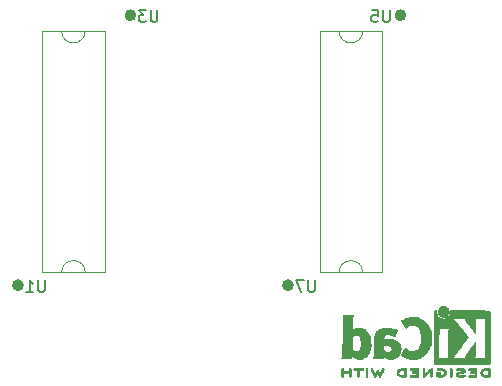
<source format=gbo>
G04 #@! TF.FileFunction,Legend,Bot*
%FSLAX46Y46*%
G04 Gerber Fmt 4.6, Leading zero omitted, Abs format (unit mm)*
G04 Created by KiCad (PCBNEW 4.0.7) date Wednesday, January 10, 2018 'AMt' 07:06:06 AM*
%MOMM*%
%LPD*%
G01*
G04 APERTURE LIST*
%ADD10C,0.100000*%
%ADD11C,0.500000*%
%ADD12C,0.010000*%
%ADD13C,0.120000*%
%ADD14C,0.150000*%
G04 APERTURE END LIST*
D10*
D11*
X67945000Y-119253000D02*
G75*
G03X67945000Y-119253000I-254000J0D01*
G01*
X77470000Y-96393000D02*
G75*
G03X77470000Y-96393000I-254000J0D01*
G01*
X54610000Y-96393000D02*
G75*
G03X54610000Y-96393000I-254000J0D01*
G01*
X45085000Y-119253000D02*
G75*
G03X45085000Y-119253000I-254000J0D01*
G01*
D12*
G36*
X84621371Y-126269066D02*
X84581889Y-126269467D01*
X84466200Y-126272259D01*
X84369311Y-126280550D01*
X84287919Y-126295232D01*
X84218723Y-126317193D01*
X84158420Y-126347322D01*
X84103708Y-126386510D01*
X84084167Y-126403532D01*
X84051750Y-126443363D01*
X84022520Y-126497413D01*
X83999991Y-126557323D01*
X83987679Y-126614739D01*
X83986400Y-126635956D01*
X83994417Y-126694769D01*
X84015899Y-126759013D01*
X84046999Y-126819821D01*
X84083866Y-126868330D01*
X84089854Y-126874182D01*
X84140579Y-126915321D01*
X84196125Y-126947435D01*
X84259696Y-126971365D01*
X84334494Y-126987953D01*
X84423722Y-126998041D01*
X84530582Y-127002469D01*
X84579528Y-127002845D01*
X84641762Y-127002545D01*
X84685528Y-127001292D01*
X84714931Y-126998554D01*
X84734079Y-126993801D01*
X84747077Y-126986501D01*
X84754045Y-126980267D01*
X84760626Y-126972694D01*
X84765788Y-126962924D01*
X84769703Y-126948340D01*
X84772543Y-126926326D01*
X84774480Y-126894264D01*
X84775684Y-126849536D01*
X84776328Y-126789526D01*
X84776583Y-126711617D01*
X84776622Y-126635956D01*
X84776870Y-126535041D01*
X84776817Y-126454427D01*
X84775857Y-126415822D01*
X84629867Y-126415822D01*
X84629867Y-126856089D01*
X84536734Y-126856004D01*
X84480693Y-126854396D01*
X84421999Y-126850256D01*
X84373028Y-126844464D01*
X84371538Y-126844226D01*
X84292392Y-126825090D01*
X84231002Y-126795287D01*
X84184305Y-126752878D01*
X84154635Y-126706961D01*
X84136353Y-126656026D01*
X84137771Y-126608200D01*
X84158988Y-126556933D01*
X84200489Y-126503899D01*
X84257998Y-126464600D01*
X84332750Y-126438331D01*
X84382708Y-126429035D01*
X84439416Y-126422507D01*
X84499519Y-126417782D01*
X84550639Y-126415817D01*
X84553667Y-126415808D01*
X84629867Y-126415822D01*
X84775857Y-126415822D01*
X84775260Y-126391851D01*
X84770998Y-126345055D01*
X84762830Y-126311778D01*
X84749556Y-126289759D01*
X84729974Y-126276739D01*
X84702883Y-126270457D01*
X84667082Y-126268653D01*
X84621371Y-126269066D01*
X84621371Y-126269066D01*
G37*
X84621371Y-126269066D02*
X84581889Y-126269467D01*
X84466200Y-126272259D01*
X84369311Y-126280550D01*
X84287919Y-126295232D01*
X84218723Y-126317193D01*
X84158420Y-126347322D01*
X84103708Y-126386510D01*
X84084167Y-126403532D01*
X84051750Y-126443363D01*
X84022520Y-126497413D01*
X83999991Y-126557323D01*
X83987679Y-126614739D01*
X83986400Y-126635956D01*
X83994417Y-126694769D01*
X84015899Y-126759013D01*
X84046999Y-126819821D01*
X84083866Y-126868330D01*
X84089854Y-126874182D01*
X84140579Y-126915321D01*
X84196125Y-126947435D01*
X84259696Y-126971365D01*
X84334494Y-126987953D01*
X84423722Y-126998041D01*
X84530582Y-127002469D01*
X84579528Y-127002845D01*
X84641762Y-127002545D01*
X84685528Y-127001292D01*
X84714931Y-126998554D01*
X84734079Y-126993801D01*
X84747077Y-126986501D01*
X84754045Y-126980267D01*
X84760626Y-126972694D01*
X84765788Y-126962924D01*
X84769703Y-126948340D01*
X84772543Y-126926326D01*
X84774480Y-126894264D01*
X84775684Y-126849536D01*
X84776328Y-126789526D01*
X84776583Y-126711617D01*
X84776622Y-126635956D01*
X84776870Y-126535041D01*
X84776817Y-126454427D01*
X84775857Y-126415822D01*
X84629867Y-126415822D01*
X84629867Y-126856089D01*
X84536734Y-126856004D01*
X84480693Y-126854396D01*
X84421999Y-126850256D01*
X84373028Y-126844464D01*
X84371538Y-126844226D01*
X84292392Y-126825090D01*
X84231002Y-126795287D01*
X84184305Y-126752878D01*
X84154635Y-126706961D01*
X84136353Y-126656026D01*
X84137771Y-126608200D01*
X84158988Y-126556933D01*
X84200489Y-126503899D01*
X84257998Y-126464600D01*
X84332750Y-126438331D01*
X84382708Y-126429035D01*
X84439416Y-126422507D01*
X84499519Y-126417782D01*
X84550639Y-126415817D01*
X84553667Y-126415808D01*
X84629867Y-126415822D01*
X84775857Y-126415822D01*
X84775260Y-126391851D01*
X84770998Y-126345055D01*
X84762830Y-126311778D01*
X84749556Y-126289759D01*
X84729974Y-126276739D01*
X84702883Y-126270457D01*
X84667082Y-126268653D01*
X84621371Y-126269066D01*
G36*
X83212794Y-126269146D02*
X83143386Y-126269518D01*
X83090997Y-126270385D01*
X83052847Y-126271946D01*
X83026159Y-126274403D01*
X83008153Y-126277957D01*
X82996049Y-126282810D01*
X82987069Y-126289161D01*
X82983818Y-126292084D01*
X82964043Y-126323142D01*
X82960482Y-126358828D01*
X82973491Y-126390510D01*
X82979506Y-126396913D01*
X82989235Y-126403121D01*
X83004901Y-126407910D01*
X83029408Y-126411514D01*
X83065661Y-126414164D01*
X83116565Y-126416095D01*
X83185026Y-126417539D01*
X83247617Y-126418418D01*
X83495334Y-126421467D01*
X83498719Y-126486378D01*
X83502105Y-126551289D01*
X83333958Y-126551289D01*
X83260959Y-126551919D01*
X83207517Y-126554553D01*
X83170628Y-126560309D01*
X83147288Y-126570304D01*
X83134494Y-126585656D01*
X83129242Y-126607482D01*
X83128445Y-126627738D01*
X83130923Y-126652592D01*
X83140277Y-126670906D01*
X83159383Y-126683637D01*
X83191118Y-126691741D01*
X83238359Y-126696176D01*
X83303983Y-126697899D01*
X83339801Y-126698045D01*
X83500978Y-126698045D01*
X83500978Y-126856089D01*
X83252622Y-126856089D01*
X83171213Y-126856202D01*
X83109342Y-126856712D01*
X83063968Y-126857870D01*
X83032054Y-126859930D01*
X83010559Y-126863146D01*
X82996443Y-126867772D01*
X82986668Y-126874059D01*
X82981689Y-126878667D01*
X82964610Y-126905560D01*
X82959111Y-126929467D01*
X82966963Y-126958667D01*
X82981689Y-126980267D01*
X82989546Y-126987066D01*
X82999688Y-126992346D01*
X83014844Y-126996298D01*
X83037741Y-126999113D01*
X83071109Y-127000982D01*
X83117675Y-127002098D01*
X83180167Y-127002651D01*
X83261314Y-127002833D01*
X83303422Y-127002845D01*
X83393598Y-127002765D01*
X83463924Y-127002398D01*
X83517129Y-127001552D01*
X83555940Y-127000036D01*
X83583087Y-126997659D01*
X83601298Y-126994229D01*
X83613300Y-126989554D01*
X83621822Y-126983444D01*
X83625156Y-126980267D01*
X83631755Y-126972670D01*
X83636927Y-126962870D01*
X83640846Y-126948239D01*
X83643684Y-126926152D01*
X83645615Y-126893982D01*
X83646812Y-126849103D01*
X83647448Y-126788889D01*
X83647697Y-126710713D01*
X83647734Y-126637923D01*
X83647700Y-126544707D01*
X83647465Y-126471431D01*
X83646830Y-126415458D01*
X83645594Y-126374151D01*
X83643556Y-126344872D01*
X83640517Y-126324984D01*
X83636277Y-126311850D01*
X83630635Y-126302832D01*
X83623391Y-126295293D01*
X83621606Y-126293612D01*
X83612945Y-126286172D01*
X83602882Y-126280409D01*
X83588625Y-126276112D01*
X83567383Y-126273064D01*
X83536364Y-126271051D01*
X83492777Y-126269860D01*
X83433831Y-126269275D01*
X83356734Y-126269083D01*
X83302001Y-126269067D01*
X83212794Y-126269146D01*
X83212794Y-126269146D01*
G37*
X83212794Y-126269146D02*
X83143386Y-126269518D01*
X83090997Y-126270385D01*
X83052847Y-126271946D01*
X83026159Y-126274403D01*
X83008153Y-126277957D01*
X82996049Y-126282810D01*
X82987069Y-126289161D01*
X82983818Y-126292084D01*
X82964043Y-126323142D01*
X82960482Y-126358828D01*
X82973491Y-126390510D01*
X82979506Y-126396913D01*
X82989235Y-126403121D01*
X83004901Y-126407910D01*
X83029408Y-126411514D01*
X83065661Y-126414164D01*
X83116565Y-126416095D01*
X83185026Y-126417539D01*
X83247617Y-126418418D01*
X83495334Y-126421467D01*
X83498719Y-126486378D01*
X83502105Y-126551289D01*
X83333958Y-126551289D01*
X83260959Y-126551919D01*
X83207517Y-126554553D01*
X83170628Y-126560309D01*
X83147288Y-126570304D01*
X83134494Y-126585656D01*
X83129242Y-126607482D01*
X83128445Y-126627738D01*
X83130923Y-126652592D01*
X83140277Y-126670906D01*
X83159383Y-126683637D01*
X83191118Y-126691741D01*
X83238359Y-126696176D01*
X83303983Y-126697899D01*
X83339801Y-126698045D01*
X83500978Y-126698045D01*
X83500978Y-126856089D01*
X83252622Y-126856089D01*
X83171213Y-126856202D01*
X83109342Y-126856712D01*
X83063968Y-126857870D01*
X83032054Y-126859930D01*
X83010559Y-126863146D01*
X82996443Y-126867772D01*
X82986668Y-126874059D01*
X82981689Y-126878667D01*
X82964610Y-126905560D01*
X82959111Y-126929467D01*
X82966963Y-126958667D01*
X82981689Y-126980267D01*
X82989546Y-126987066D01*
X82999688Y-126992346D01*
X83014844Y-126996298D01*
X83037741Y-126999113D01*
X83071109Y-127000982D01*
X83117675Y-127002098D01*
X83180167Y-127002651D01*
X83261314Y-127002833D01*
X83303422Y-127002845D01*
X83393598Y-127002765D01*
X83463924Y-127002398D01*
X83517129Y-127001552D01*
X83555940Y-127000036D01*
X83583087Y-126997659D01*
X83601298Y-126994229D01*
X83613300Y-126989554D01*
X83621822Y-126983444D01*
X83625156Y-126980267D01*
X83631755Y-126972670D01*
X83636927Y-126962870D01*
X83640846Y-126948239D01*
X83643684Y-126926152D01*
X83645615Y-126893982D01*
X83646812Y-126849103D01*
X83647448Y-126788889D01*
X83647697Y-126710713D01*
X83647734Y-126637923D01*
X83647700Y-126544707D01*
X83647465Y-126471431D01*
X83646830Y-126415458D01*
X83645594Y-126374151D01*
X83643556Y-126344872D01*
X83640517Y-126324984D01*
X83636277Y-126311850D01*
X83630635Y-126302832D01*
X83623391Y-126295293D01*
X83621606Y-126293612D01*
X83612945Y-126286172D01*
X83602882Y-126280409D01*
X83588625Y-126276112D01*
X83567383Y-126273064D01*
X83536364Y-126271051D01*
X83492777Y-126269860D01*
X83433831Y-126269275D01*
X83356734Y-126269083D01*
X83302001Y-126269067D01*
X83212794Y-126269146D01*
G36*
X82191703Y-126270351D02*
X82116888Y-126275581D01*
X82047306Y-126283750D01*
X81987002Y-126294550D01*
X81940020Y-126307673D01*
X81910406Y-126322813D01*
X81905860Y-126327269D01*
X81890054Y-126361850D01*
X81894847Y-126397351D01*
X81919364Y-126427725D01*
X81920534Y-126428596D01*
X81934954Y-126437954D01*
X81950008Y-126442876D01*
X81971005Y-126443473D01*
X82003257Y-126439861D01*
X82052073Y-126432154D01*
X82056000Y-126431505D01*
X82128739Y-126422569D01*
X82207217Y-126418161D01*
X82285927Y-126418119D01*
X82359361Y-126422279D01*
X82422011Y-126430479D01*
X82468370Y-126442557D01*
X82471416Y-126443771D01*
X82505048Y-126462615D01*
X82516864Y-126481685D01*
X82507614Y-126500439D01*
X82478047Y-126518337D01*
X82428911Y-126534837D01*
X82360957Y-126549396D01*
X82315645Y-126556406D01*
X82221456Y-126569889D01*
X82146544Y-126582214D01*
X82087717Y-126594449D01*
X82041785Y-126607661D01*
X82005555Y-126622917D01*
X81975838Y-126641285D01*
X81949442Y-126663831D01*
X81928230Y-126685971D01*
X81903065Y-126716819D01*
X81890681Y-126743345D01*
X81886808Y-126776026D01*
X81886667Y-126787995D01*
X81889576Y-126827712D01*
X81901202Y-126857259D01*
X81921323Y-126883486D01*
X81962216Y-126923576D01*
X82007817Y-126954149D01*
X82061513Y-126976203D01*
X82126692Y-126990735D01*
X82206744Y-126998741D01*
X82305057Y-127001218D01*
X82321289Y-127001177D01*
X82386849Y-126999818D01*
X82451866Y-126996730D01*
X82509252Y-126992356D01*
X82551922Y-126987140D01*
X82555372Y-126986541D01*
X82597796Y-126976491D01*
X82633780Y-126963796D01*
X82654150Y-126952190D01*
X82673107Y-126921572D01*
X82674427Y-126885918D01*
X82658085Y-126854144D01*
X82654429Y-126850551D01*
X82639315Y-126839876D01*
X82620415Y-126835276D01*
X82591162Y-126836059D01*
X82555651Y-126840127D01*
X82515970Y-126843762D01*
X82460345Y-126846828D01*
X82395406Y-126849053D01*
X82327785Y-126850164D01*
X82310000Y-126850237D01*
X82242128Y-126849964D01*
X82192454Y-126848646D01*
X82156610Y-126845827D01*
X82130224Y-126841050D01*
X82108926Y-126833857D01*
X82096126Y-126827867D01*
X82068000Y-126811233D01*
X82050068Y-126796168D01*
X82047447Y-126791897D01*
X82052976Y-126774263D01*
X82079260Y-126757192D01*
X82124478Y-126741458D01*
X82186808Y-126727838D01*
X82205171Y-126724804D01*
X82301090Y-126709738D01*
X82377641Y-126697146D01*
X82437780Y-126686111D01*
X82484460Y-126675720D01*
X82520637Y-126665056D01*
X82549265Y-126653205D01*
X82573298Y-126639251D01*
X82595692Y-126622281D01*
X82619402Y-126601378D01*
X82627380Y-126594049D01*
X82655353Y-126566699D01*
X82670160Y-126545029D01*
X82675952Y-126520232D01*
X82676889Y-126488983D01*
X82666575Y-126427705D01*
X82635752Y-126375640D01*
X82584595Y-126332958D01*
X82513283Y-126299825D01*
X82462400Y-126284964D01*
X82407100Y-126275366D01*
X82340853Y-126269936D01*
X82267706Y-126268367D01*
X82191703Y-126270351D01*
X82191703Y-126270351D01*
G37*
X82191703Y-126270351D02*
X82116888Y-126275581D01*
X82047306Y-126283750D01*
X81987002Y-126294550D01*
X81940020Y-126307673D01*
X81910406Y-126322813D01*
X81905860Y-126327269D01*
X81890054Y-126361850D01*
X81894847Y-126397351D01*
X81919364Y-126427725D01*
X81920534Y-126428596D01*
X81934954Y-126437954D01*
X81950008Y-126442876D01*
X81971005Y-126443473D01*
X82003257Y-126439861D01*
X82052073Y-126432154D01*
X82056000Y-126431505D01*
X82128739Y-126422569D01*
X82207217Y-126418161D01*
X82285927Y-126418119D01*
X82359361Y-126422279D01*
X82422011Y-126430479D01*
X82468370Y-126442557D01*
X82471416Y-126443771D01*
X82505048Y-126462615D01*
X82516864Y-126481685D01*
X82507614Y-126500439D01*
X82478047Y-126518337D01*
X82428911Y-126534837D01*
X82360957Y-126549396D01*
X82315645Y-126556406D01*
X82221456Y-126569889D01*
X82146544Y-126582214D01*
X82087717Y-126594449D01*
X82041785Y-126607661D01*
X82005555Y-126622917D01*
X81975838Y-126641285D01*
X81949442Y-126663831D01*
X81928230Y-126685971D01*
X81903065Y-126716819D01*
X81890681Y-126743345D01*
X81886808Y-126776026D01*
X81886667Y-126787995D01*
X81889576Y-126827712D01*
X81901202Y-126857259D01*
X81921323Y-126883486D01*
X81962216Y-126923576D01*
X82007817Y-126954149D01*
X82061513Y-126976203D01*
X82126692Y-126990735D01*
X82206744Y-126998741D01*
X82305057Y-127001218D01*
X82321289Y-127001177D01*
X82386849Y-126999818D01*
X82451866Y-126996730D01*
X82509252Y-126992356D01*
X82551922Y-126987140D01*
X82555372Y-126986541D01*
X82597796Y-126976491D01*
X82633780Y-126963796D01*
X82654150Y-126952190D01*
X82673107Y-126921572D01*
X82674427Y-126885918D01*
X82658085Y-126854144D01*
X82654429Y-126850551D01*
X82639315Y-126839876D01*
X82620415Y-126835276D01*
X82591162Y-126836059D01*
X82555651Y-126840127D01*
X82515970Y-126843762D01*
X82460345Y-126846828D01*
X82395406Y-126849053D01*
X82327785Y-126850164D01*
X82310000Y-126850237D01*
X82242128Y-126849964D01*
X82192454Y-126848646D01*
X82156610Y-126845827D01*
X82130224Y-126841050D01*
X82108926Y-126833857D01*
X82096126Y-126827867D01*
X82068000Y-126811233D01*
X82050068Y-126796168D01*
X82047447Y-126791897D01*
X82052976Y-126774263D01*
X82079260Y-126757192D01*
X82124478Y-126741458D01*
X82186808Y-126727838D01*
X82205171Y-126724804D01*
X82301090Y-126709738D01*
X82377641Y-126697146D01*
X82437780Y-126686111D01*
X82484460Y-126675720D01*
X82520637Y-126665056D01*
X82549265Y-126653205D01*
X82573298Y-126639251D01*
X82595692Y-126622281D01*
X82619402Y-126601378D01*
X82627380Y-126594049D01*
X82655353Y-126566699D01*
X82670160Y-126545029D01*
X82675952Y-126520232D01*
X82676889Y-126488983D01*
X82666575Y-126427705D01*
X82635752Y-126375640D01*
X82584595Y-126332958D01*
X82513283Y-126299825D01*
X82462400Y-126284964D01*
X82407100Y-126275366D01*
X82340853Y-126269936D01*
X82267706Y-126268367D01*
X82191703Y-126270351D01*
G36*
X81423822Y-126291645D02*
X81417242Y-126299218D01*
X81412079Y-126308987D01*
X81408164Y-126323571D01*
X81405324Y-126345585D01*
X81403387Y-126377648D01*
X81402183Y-126422375D01*
X81401539Y-126482385D01*
X81401284Y-126560294D01*
X81401245Y-126635956D01*
X81401314Y-126729802D01*
X81401638Y-126803689D01*
X81402386Y-126860232D01*
X81403732Y-126902049D01*
X81405846Y-126931757D01*
X81408900Y-126951973D01*
X81413066Y-126965314D01*
X81418516Y-126974398D01*
X81423822Y-126980267D01*
X81456826Y-126999947D01*
X81491991Y-126998181D01*
X81523455Y-126976717D01*
X81530684Y-126968337D01*
X81536334Y-126958614D01*
X81540599Y-126944861D01*
X81543673Y-126924389D01*
X81545752Y-126894512D01*
X81547030Y-126852541D01*
X81547701Y-126795789D01*
X81547959Y-126721567D01*
X81548000Y-126637537D01*
X81548000Y-126324485D01*
X81520291Y-126296776D01*
X81486137Y-126273463D01*
X81453006Y-126272623D01*
X81423822Y-126291645D01*
X81423822Y-126291645D01*
G37*
X81423822Y-126291645D02*
X81417242Y-126299218D01*
X81412079Y-126308987D01*
X81408164Y-126323571D01*
X81405324Y-126345585D01*
X81403387Y-126377648D01*
X81402183Y-126422375D01*
X81401539Y-126482385D01*
X81401284Y-126560294D01*
X81401245Y-126635956D01*
X81401314Y-126729802D01*
X81401638Y-126803689D01*
X81402386Y-126860232D01*
X81403732Y-126902049D01*
X81405846Y-126931757D01*
X81408900Y-126951973D01*
X81413066Y-126965314D01*
X81418516Y-126974398D01*
X81423822Y-126980267D01*
X81456826Y-126999947D01*
X81491991Y-126998181D01*
X81523455Y-126976717D01*
X81530684Y-126968337D01*
X81536334Y-126958614D01*
X81540599Y-126944861D01*
X81543673Y-126924389D01*
X81545752Y-126894512D01*
X81547030Y-126852541D01*
X81547701Y-126795789D01*
X81547959Y-126721567D01*
X81548000Y-126637537D01*
X81548000Y-126324485D01*
X81520291Y-126296776D01*
X81486137Y-126273463D01*
X81453006Y-126272623D01*
X81423822Y-126291645D01*
G36*
X80450081Y-126274599D02*
X80381565Y-126286095D01*
X80328943Y-126303967D01*
X80294708Y-126327499D01*
X80285379Y-126340924D01*
X80275893Y-126372148D01*
X80282277Y-126400395D01*
X80302430Y-126427182D01*
X80333745Y-126439713D01*
X80379183Y-126438696D01*
X80414326Y-126431906D01*
X80492419Y-126418971D01*
X80572226Y-126417742D01*
X80661555Y-126428241D01*
X80686229Y-126432690D01*
X80769291Y-126456108D01*
X80834273Y-126490945D01*
X80880461Y-126536604D01*
X80907145Y-126592494D01*
X80912663Y-126621388D01*
X80909051Y-126680012D01*
X80885729Y-126731879D01*
X80844824Y-126775978D01*
X80788459Y-126811299D01*
X80718760Y-126836829D01*
X80637852Y-126851559D01*
X80547860Y-126854478D01*
X80450910Y-126844575D01*
X80445436Y-126843641D01*
X80406875Y-126836459D01*
X80385494Y-126829521D01*
X80376227Y-126819227D01*
X80374006Y-126801976D01*
X80373956Y-126792841D01*
X80373956Y-126754489D01*
X80442431Y-126754489D01*
X80502900Y-126750347D01*
X80544165Y-126737147D01*
X80568175Y-126713730D01*
X80576877Y-126678936D01*
X80576983Y-126674394D01*
X80571892Y-126644654D01*
X80554433Y-126623419D01*
X80521939Y-126609366D01*
X80471743Y-126601173D01*
X80423123Y-126598161D01*
X80352456Y-126596433D01*
X80301198Y-126599070D01*
X80266239Y-126608800D01*
X80244470Y-126628353D01*
X80232780Y-126660456D01*
X80228060Y-126707838D01*
X80227200Y-126770071D01*
X80228609Y-126839535D01*
X80232848Y-126886786D01*
X80239936Y-126912012D01*
X80241311Y-126913988D01*
X80280228Y-126945508D01*
X80337286Y-126970470D01*
X80408869Y-126988340D01*
X80491358Y-126998586D01*
X80581139Y-127000673D01*
X80674592Y-126994068D01*
X80729556Y-126985956D01*
X80815766Y-126961554D01*
X80895892Y-126921662D01*
X80962977Y-126869887D01*
X80973173Y-126859539D01*
X81006302Y-126816035D01*
X81036194Y-126762118D01*
X81059357Y-126705592D01*
X81072298Y-126654259D01*
X81073858Y-126634544D01*
X81067218Y-126593419D01*
X81049568Y-126542252D01*
X81024297Y-126488394D01*
X80994789Y-126439195D01*
X80968719Y-126406334D01*
X80907765Y-126357452D01*
X80828969Y-126318545D01*
X80735157Y-126290494D01*
X80629150Y-126274179D01*
X80532000Y-126270192D01*
X80450081Y-126274599D01*
X80450081Y-126274599D01*
G37*
X80450081Y-126274599D02*
X80381565Y-126286095D01*
X80328943Y-126303967D01*
X80294708Y-126327499D01*
X80285379Y-126340924D01*
X80275893Y-126372148D01*
X80282277Y-126400395D01*
X80302430Y-126427182D01*
X80333745Y-126439713D01*
X80379183Y-126438696D01*
X80414326Y-126431906D01*
X80492419Y-126418971D01*
X80572226Y-126417742D01*
X80661555Y-126428241D01*
X80686229Y-126432690D01*
X80769291Y-126456108D01*
X80834273Y-126490945D01*
X80880461Y-126536604D01*
X80907145Y-126592494D01*
X80912663Y-126621388D01*
X80909051Y-126680012D01*
X80885729Y-126731879D01*
X80844824Y-126775978D01*
X80788459Y-126811299D01*
X80718760Y-126836829D01*
X80637852Y-126851559D01*
X80547860Y-126854478D01*
X80450910Y-126844575D01*
X80445436Y-126843641D01*
X80406875Y-126836459D01*
X80385494Y-126829521D01*
X80376227Y-126819227D01*
X80374006Y-126801976D01*
X80373956Y-126792841D01*
X80373956Y-126754489D01*
X80442431Y-126754489D01*
X80502900Y-126750347D01*
X80544165Y-126737147D01*
X80568175Y-126713730D01*
X80576877Y-126678936D01*
X80576983Y-126674394D01*
X80571892Y-126644654D01*
X80554433Y-126623419D01*
X80521939Y-126609366D01*
X80471743Y-126601173D01*
X80423123Y-126598161D01*
X80352456Y-126596433D01*
X80301198Y-126599070D01*
X80266239Y-126608800D01*
X80244470Y-126628353D01*
X80232780Y-126660456D01*
X80228060Y-126707838D01*
X80227200Y-126770071D01*
X80228609Y-126839535D01*
X80232848Y-126886786D01*
X80239936Y-126912012D01*
X80241311Y-126913988D01*
X80280228Y-126945508D01*
X80337286Y-126970470D01*
X80408869Y-126988340D01*
X80491358Y-126998586D01*
X80581139Y-127000673D01*
X80674592Y-126994068D01*
X80729556Y-126985956D01*
X80815766Y-126961554D01*
X80895892Y-126921662D01*
X80962977Y-126869887D01*
X80973173Y-126859539D01*
X81006302Y-126816035D01*
X81036194Y-126762118D01*
X81059357Y-126705592D01*
X81072298Y-126654259D01*
X81073858Y-126634544D01*
X81067218Y-126593419D01*
X81049568Y-126542252D01*
X81024297Y-126488394D01*
X80994789Y-126439195D01*
X80968719Y-126406334D01*
X80907765Y-126357452D01*
X80828969Y-126318545D01*
X80735157Y-126290494D01*
X80629150Y-126274179D01*
X80532000Y-126270192D01*
X80450081Y-126274599D01*
G36*
X79800114Y-126273448D02*
X79776548Y-126287273D01*
X79745735Y-126309881D01*
X79706078Y-126342338D01*
X79655980Y-126385708D01*
X79593843Y-126441058D01*
X79518072Y-126509451D01*
X79431334Y-126588084D01*
X79250711Y-126751878D01*
X79245067Y-126532029D01*
X79243029Y-126456351D01*
X79241063Y-126399994D01*
X79238734Y-126359706D01*
X79235606Y-126332235D01*
X79231245Y-126314329D01*
X79225216Y-126302737D01*
X79217084Y-126294208D01*
X79212772Y-126290623D01*
X79178241Y-126271670D01*
X79145383Y-126274441D01*
X79119318Y-126290633D01*
X79092667Y-126312199D01*
X79089352Y-126627151D01*
X79088435Y-126719779D01*
X79087968Y-126792544D01*
X79088113Y-126848161D01*
X79089032Y-126889342D01*
X79090887Y-126918803D01*
X79093839Y-126939255D01*
X79098050Y-126953413D01*
X79103682Y-126963991D01*
X79109927Y-126972474D01*
X79123439Y-126988207D01*
X79136883Y-126998636D01*
X79152124Y-127002639D01*
X79171026Y-126999094D01*
X79195455Y-126986879D01*
X79227273Y-126964871D01*
X79268348Y-126931949D01*
X79320542Y-126886991D01*
X79385722Y-126828875D01*
X79459556Y-126762099D01*
X79724845Y-126521458D01*
X79730489Y-126740589D01*
X79732531Y-126816128D01*
X79734502Y-126872354D01*
X79736839Y-126912524D01*
X79739981Y-126939896D01*
X79744364Y-126957728D01*
X79750424Y-126969279D01*
X79758600Y-126977807D01*
X79762784Y-126981282D01*
X79799765Y-127000372D01*
X79834708Y-126997493D01*
X79865136Y-126973100D01*
X79872097Y-126963286D01*
X79877523Y-126951826D01*
X79881603Y-126935968D01*
X79884529Y-126912963D01*
X79886492Y-126880062D01*
X79887683Y-126834516D01*
X79888292Y-126773573D01*
X79888511Y-126694486D01*
X79888534Y-126635956D01*
X79888460Y-126544407D01*
X79888113Y-126472687D01*
X79887301Y-126418045D01*
X79885833Y-126377732D01*
X79883519Y-126348998D01*
X79880167Y-126329093D01*
X79875588Y-126315268D01*
X79869589Y-126304772D01*
X79865136Y-126298811D01*
X79853850Y-126284691D01*
X79843301Y-126274029D01*
X79831893Y-126267892D01*
X79818030Y-126267343D01*
X79800114Y-126273448D01*
X79800114Y-126273448D01*
G37*
X79800114Y-126273448D02*
X79776548Y-126287273D01*
X79745735Y-126309881D01*
X79706078Y-126342338D01*
X79655980Y-126385708D01*
X79593843Y-126441058D01*
X79518072Y-126509451D01*
X79431334Y-126588084D01*
X79250711Y-126751878D01*
X79245067Y-126532029D01*
X79243029Y-126456351D01*
X79241063Y-126399994D01*
X79238734Y-126359706D01*
X79235606Y-126332235D01*
X79231245Y-126314329D01*
X79225216Y-126302737D01*
X79217084Y-126294208D01*
X79212772Y-126290623D01*
X79178241Y-126271670D01*
X79145383Y-126274441D01*
X79119318Y-126290633D01*
X79092667Y-126312199D01*
X79089352Y-126627151D01*
X79088435Y-126719779D01*
X79087968Y-126792544D01*
X79088113Y-126848161D01*
X79089032Y-126889342D01*
X79090887Y-126918803D01*
X79093839Y-126939255D01*
X79098050Y-126953413D01*
X79103682Y-126963991D01*
X79109927Y-126972474D01*
X79123439Y-126988207D01*
X79136883Y-126998636D01*
X79152124Y-127002639D01*
X79171026Y-126999094D01*
X79195455Y-126986879D01*
X79227273Y-126964871D01*
X79268348Y-126931949D01*
X79320542Y-126886991D01*
X79385722Y-126828875D01*
X79459556Y-126762099D01*
X79724845Y-126521458D01*
X79730489Y-126740589D01*
X79732531Y-126816128D01*
X79734502Y-126872354D01*
X79736839Y-126912524D01*
X79739981Y-126939896D01*
X79744364Y-126957728D01*
X79750424Y-126969279D01*
X79758600Y-126977807D01*
X79762784Y-126981282D01*
X79799765Y-127000372D01*
X79834708Y-126997493D01*
X79865136Y-126973100D01*
X79872097Y-126963286D01*
X79877523Y-126951826D01*
X79881603Y-126935968D01*
X79884529Y-126912963D01*
X79886492Y-126880062D01*
X79887683Y-126834516D01*
X79888292Y-126773573D01*
X79888511Y-126694486D01*
X79888534Y-126635956D01*
X79888460Y-126544407D01*
X79888113Y-126472687D01*
X79887301Y-126418045D01*
X79885833Y-126377732D01*
X79883519Y-126348998D01*
X79880167Y-126329093D01*
X79875588Y-126315268D01*
X79869589Y-126304772D01*
X79865136Y-126298811D01*
X79853850Y-126284691D01*
X79843301Y-126274029D01*
X79831893Y-126267892D01*
X79818030Y-126267343D01*
X79800114Y-126273448D01*
G36*
X78269657Y-126269260D02*
X78193299Y-126270174D01*
X78134783Y-126272311D01*
X78091745Y-126276175D01*
X78061817Y-126282267D01*
X78042632Y-126291090D01*
X78031824Y-126303146D01*
X78027027Y-126318939D01*
X78025873Y-126338970D01*
X78025867Y-126341335D01*
X78026869Y-126363992D01*
X78031604Y-126381503D01*
X78042667Y-126394574D01*
X78062652Y-126403913D01*
X78094154Y-126410227D01*
X78139768Y-126414222D01*
X78202087Y-126416606D01*
X78283707Y-126418086D01*
X78308723Y-126418414D01*
X78550800Y-126421467D01*
X78554186Y-126486378D01*
X78557571Y-126551289D01*
X78389424Y-126551289D01*
X78323734Y-126551531D01*
X78276828Y-126552556D01*
X78244917Y-126554811D01*
X78224209Y-126558742D01*
X78210916Y-126564798D01*
X78201245Y-126573424D01*
X78201183Y-126573493D01*
X78183644Y-126607112D01*
X78184278Y-126643448D01*
X78202686Y-126674423D01*
X78206329Y-126677607D01*
X78219259Y-126685812D01*
X78236976Y-126691521D01*
X78263430Y-126695162D01*
X78302568Y-126697167D01*
X78358338Y-126697964D01*
X78394006Y-126698045D01*
X78556445Y-126698045D01*
X78556445Y-126856089D01*
X78309839Y-126856089D01*
X78228420Y-126856231D01*
X78166590Y-126856814D01*
X78121363Y-126858068D01*
X78089752Y-126860227D01*
X78068769Y-126863523D01*
X78055427Y-126868189D01*
X78046739Y-126874457D01*
X78044550Y-126876733D01*
X78028386Y-126908280D01*
X78027203Y-126944168D01*
X78040464Y-126975285D01*
X78050957Y-126985271D01*
X78061871Y-126990769D01*
X78078783Y-126995022D01*
X78104367Y-126998180D01*
X78141299Y-127000392D01*
X78192254Y-127001806D01*
X78259906Y-127002572D01*
X78346931Y-127002838D01*
X78366606Y-127002845D01*
X78455089Y-127002787D01*
X78523773Y-127002467D01*
X78575436Y-127001667D01*
X78612855Y-127000167D01*
X78638810Y-126997749D01*
X78656078Y-126994194D01*
X78667438Y-126989282D01*
X78675668Y-126982795D01*
X78680183Y-126978138D01*
X78686979Y-126969889D01*
X78692288Y-126959669D01*
X78696294Y-126944800D01*
X78699179Y-126922602D01*
X78701126Y-126890393D01*
X78702319Y-126845496D01*
X78702939Y-126785228D01*
X78703171Y-126706911D01*
X78703200Y-126640994D01*
X78703129Y-126548628D01*
X78702792Y-126476117D01*
X78702002Y-126420737D01*
X78700574Y-126379765D01*
X78698321Y-126350478D01*
X78695057Y-126330153D01*
X78690596Y-126316066D01*
X78684752Y-126305495D01*
X78679803Y-126298811D01*
X78656406Y-126269067D01*
X78366226Y-126269067D01*
X78269657Y-126269260D01*
X78269657Y-126269260D01*
G37*
X78269657Y-126269260D02*
X78193299Y-126270174D01*
X78134783Y-126272311D01*
X78091745Y-126276175D01*
X78061817Y-126282267D01*
X78042632Y-126291090D01*
X78031824Y-126303146D01*
X78027027Y-126318939D01*
X78025873Y-126338970D01*
X78025867Y-126341335D01*
X78026869Y-126363992D01*
X78031604Y-126381503D01*
X78042667Y-126394574D01*
X78062652Y-126403913D01*
X78094154Y-126410227D01*
X78139768Y-126414222D01*
X78202087Y-126416606D01*
X78283707Y-126418086D01*
X78308723Y-126418414D01*
X78550800Y-126421467D01*
X78554186Y-126486378D01*
X78557571Y-126551289D01*
X78389424Y-126551289D01*
X78323734Y-126551531D01*
X78276828Y-126552556D01*
X78244917Y-126554811D01*
X78224209Y-126558742D01*
X78210916Y-126564798D01*
X78201245Y-126573424D01*
X78201183Y-126573493D01*
X78183644Y-126607112D01*
X78184278Y-126643448D01*
X78202686Y-126674423D01*
X78206329Y-126677607D01*
X78219259Y-126685812D01*
X78236976Y-126691521D01*
X78263430Y-126695162D01*
X78302568Y-126697167D01*
X78358338Y-126697964D01*
X78394006Y-126698045D01*
X78556445Y-126698045D01*
X78556445Y-126856089D01*
X78309839Y-126856089D01*
X78228420Y-126856231D01*
X78166590Y-126856814D01*
X78121363Y-126858068D01*
X78089752Y-126860227D01*
X78068769Y-126863523D01*
X78055427Y-126868189D01*
X78046739Y-126874457D01*
X78044550Y-126876733D01*
X78028386Y-126908280D01*
X78027203Y-126944168D01*
X78040464Y-126975285D01*
X78050957Y-126985271D01*
X78061871Y-126990769D01*
X78078783Y-126995022D01*
X78104367Y-126998180D01*
X78141299Y-127000392D01*
X78192254Y-127001806D01*
X78259906Y-127002572D01*
X78346931Y-127002838D01*
X78366606Y-127002845D01*
X78455089Y-127002787D01*
X78523773Y-127002467D01*
X78575436Y-127001667D01*
X78612855Y-127000167D01*
X78638810Y-126997749D01*
X78656078Y-126994194D01*
X78667438Y-126989282D01*
X78675668Y-126982795D01*
X78680183Y-126978138D01*
X78686979Y-126969889D01*
X78692288Y-126959669D01*
X78696294Y-126944800D01*
X78699179Y-126922602D01*
X78701126Y-126890393D01*
X78702319Y-126845496D01*
X78702939Y-126785228D01*
X78703171Y-126706911D01*
X78703200Y-126640994D01*
X78703129Y-126548628D01*
X78702792Y-126476117D01*
X78702002Y-126420737D01*
X78700574Y-126379765D01*
X78698321Y-126350478D01*
X78695057Y-126330153D01*
X78690596Y-126316066D01*
X78684752Y-126305495D01*
X78679803Y-126298811D01*
X78656406Y-126269067D01*
X78366226Y-126269067D01*
X78269657Y-126269260D01*
G36*
X77481691Y-126269275D02*
X77352712Y-126273636D01*
X77243009Y-126286861D01*
X77150774Y-126309741D01*
X77074198Y-126343070D01*
X77011473Y-126387638D01*
X76960788Y-126444236D01*
X76920337Y-126513658D01*
X76919541Y-126515351D01*
X76895399Y-126577483D01*
X76886797Y-126632509D01*
X76893769Y-126687887D01*
X76916346Y-126751073D01*
X76920628Y-126760689D01*
X76949828Y-126816966D01*
X76982644Y-126860451D01*
X77024998Y-126897417D01*
X77082810Y-126934135D01*
X77086169Y-126936052D01*
X77136496Y-126960227D01*
X77193379Y-126978282D01*
X77260473Y-126990839D01*
X77341435Y-126998522D01*
X77439918Y-127001953D01*
X77474714Y-127002251D01*
X77640406Y-127002845D01*
X77663803Y-126973100D01*
X77670743Y-126963319D01*
X77676158Y-126951897D01*
X77680235Y-126936095D01*
X77683163Y-126913175D01*
X77685133Y-126880396D01*
X77685775Y-126856089D01*
X77529156Y-126856089D01*
X77435274Y-126856089D01*
X77380336Y-126854483D01*
X77323940Y-126850255D01*
X77277655Y-126844292D01*
X77274861Y-126843790D01*
X77192652Y-126821736D01*
X77128886Y-126788600D01*
X77081548Y-126742847D01*
X77048618Y-126682939D01*
X77042892Y-126667061D01*
X77037279Y-126642333D01*
X77039709Y-126617902D01*
X77051533Y-126585400D01*
X77058660Y-126569434D01*
X77082000Y-126527006D01*
X77110120Y-126497240D01*
X77141060Y-126476511D01*
X77203034Y-126449537D01*
X77282349Y-126429998D01*
X77374747Y-126418746D01*
X77441667Y-126416270D01*
X77529156Y-126415822D01*
X77529156Y-126856089D01*
X77685775Y-126856089D01*
X77686332Y-126835021D01*
X77686950Y-126774311D01*
X77687175Y-126695526D01*
X77687200Y-126633920D01*
X77687200Y-126324485D01*
X77659491Y-126296776D01*
X77647194Y-126285544D01*
X77633897Y-126277853D01*
X77615328Y-126273040D01*
X77587214Y-126270446D01*
X77545283Y-126269410D01*
X77485263Y-126269270D01*
X77481691Y-126269275D01*
X77481691Y-126269275D01*
G37*
X77481691Y-126269275D02*
X77352712Y-126273636D01*
X77243009Y-126286861D01*
X77150774Y-126309741D01*
X77074198Y-126343070D01*
X77011473Y-126387638D01*
X76960788Y-126444236D01*
X76920337Y-126513658D01*
X76919541Y-126515351D01*
X76895399Y-126577483D01*
X76886797Y-126632509D01*
X76893769Y-126687887D01*
X76916346Y-126751073D01*
X76920628Y-126760689D01*
X76949828Y-126816966D01*
X76982644Y-126860451D01*
X77024998Y-126897417D01*
X77082810Y-126934135D01*
X77086169Y-126936052D01*
X77136496Y-126960227D01*
X77193379Y-126978282D01*
X77260473Y-126990839D01*
X77341435Y-126998522D01*
X77439918Y-127001953D01*
X77474714Y-127002251D01*
X77640406Y-127002845D01*
X77663803Y-126973100D01*
X77670743Y-126963319D01*
X77676158Y-126951897D01*
X77680235Y-126936095D01*
X77683163Y-126913175D01*
X77685133Y-126880396D01*
X77685775Y-126856089D01*
X77529156Y-126856089D01*
X77435274Y-126856089D01*
X77380336Y-126854483D01*
X77323940Y-126850255D01*
X77277655Y-126844292D01*
X77274861Y-126843790D01*
X77192652Y-126821736D01*
X77128886Y-126788600D01*
X77081548Y-126742847D01*
X77048618Y-126682939D01*
X77042892Y-126667061D01*
X77037279Y-126642333D01*
X77039709Y-126617902D01*
X77051533Y-126585400D01*
X77058660Y-126569434D01*
X77082000Y-126527006D01*
X77110120Y-126497240D01*
X77141060Y-126476511D01*
X77203034Y-126449537D01*
X77282349Y-126429998D01*
X77374747Y-126418746D01*
X77441667Y-126416270D01*
X77529156Y-126415822D01*
X77529156Y-126856089D01*
X77685775Y-126856089D01*
X77686332Y-126835021D01*
X77686950Y-126774311D01*
X77687175Y-126695526D01*
X77687200Y-126633920D01*
X77687200Y-126324485D01*
X77659491Y-126296776D01*
X77647194Y-126285544D01*
X77633897Y-126277853D01*
X77615328Y-126273040D01*
X77587214Y-126270446D01*
X77545283Y-126269410D01*
X77485263Y-126269270D01*
X77481691Y-126269275D01*
G36*
X74755335Y-126271034D02*
X74735745Y-126278035D01*
X74734990Y-126278377D01*
X74708387Y-126298678D01*
X74693730Y-126319561D01*
X74690862Y-126329352D01*
X74691004Y-126342361D01*
X74695039Y-126360895D01*
X74703854Y-126387257D01*
X74718331Y-126423752D01*
X74739355Y-126472687D01*
X74767812Y-126536365D01*
X74804585Y-126617093D01*
X74824825Y-126661216D01*
X74861375Y-126739985D01*
X74895685Y-126812423D01*
X74926448Y-126875880D01*
X74952352Y-126927708D01*
X74972090Y-126965259D01*
X74984350Y-126985884D01*
X74986776Y-126988733D01*
X75017817Y-127001302D01*
X75052879Y-126999619D01*
X75081000Y-126984332D01*
X75082146Y-126983089D01*
X75093332Y-126966154D01*
X75112096Y-126933170D01*
X75136125Y-126888380D01*
X75163103Y-126836032D01*
X75172799Y-126816742D01*
X75245986Y-126670150D01*
X75325760Y-126829393D01*
X75354233Y-126884415D01*
X75380650Y-126932132D01*
X75402852Y-126968893D01*
X75418681Y-126991044D01*
X75424046Y-126995741D01*
X75465743Y-127002102D01*
X75500151Y-126988733D01*
X75510272Y-126974446D01*
X75527786Y-126942692D01*
X75551265Y-126896597D01*
X75579280Y-126839285D01*
X75610401Y-126773880D01*
X75643201Y-126703507D01*
X75676250Y-126631291D01*
X75708119Y-126560355D01*
X75737381Y-126493825D01*
X75762605Y-126434826D01*
X75782364Y-126386481D01*
X75795228Y-126351915D01*
X75799769Y-126334253D01*
X75799723Y-126333613D01*
X75788674Y-126311388D01*
X75766590Y-126288753D01*
X75765290Y-126287768D01*
X75738147Y-126272425D01*
X75713042Y-126272574D01*
X75703632Y-126275466D01*
X75692166Y-126281718D01*
X75679990Y-126294014D01*
X75665643Y-126314908D01*
X75647664Y-126346949D01*
X75624593Y-126392688D01*
X75594970Y-126454677D01*
X75568255Y-126511898D01*
X75537520Y-126578226D01*
X75509979Y-126637874D01*
X75487062Y-126687725D01*
X75470202Y-126724664D01*
X75460827Y-126745573D01*
X75459460Y-126748845D01*
X75453311Y-126743497D01*
X75439178Y-126721109D01*
X75418943Y-126684946D01*
X75394485Y-126638277D01*
X75384752Y-126619022D01*
X75351783Y-126554004D01*
X75326357Y-126506654D01*
X75306388Y-126474219D01*
X75289790Y-126453946D01*
X75274476Y-126443082D01*
X75258360Y-126438875D01*
X75247857Y-126438400D01*
X75229330Y-126440042D01*
X75213096Y-126446831D01*
X75196965Y-126461566D01*
X75178749Y-126487044D01*
X75156261Y-126526061D01*
X75127311Y-126581414D01*
X75111338Y-126612903D01*
X75085430Y-126663087D01*
X75062833Y-126704704D01*
X75045542Y-126734242D01*
X75035550Y-126748189D01*
X75034191Y-126748770D01*
X75027739Y-126737793D01*
X75013292Y-126709290D01*
X74992297Y-126666244D01*
X74966203Y-126611638D01*
X74936454Y-126548454D01*
X74921820Y-126517071D01*
X74883750Y-126436078D01*
X74853095Y-126373756D01*
X74828263Y-126328071D01*
X74807663Y-126296989D01*
X74789702Y-126278478D01*
X74772790Y-126270504D01*
X74755335Y-126271034D01*
X74755335Y-126271034D01*
G37*
X74755335Y-126271034D02*
X74735745Y-126278035D01*
X74734990Y-126278377D01*
X74708387Y-126298678D01*
X74693730Y-126319561D01*
X74690862Y-126329352D01*
X74691004Y-126342361D01*
X74695039Y-126360895D01*
X74703854Y-126387257D01*
X74718331Y-126423752D01*
X74739355Y-126472687D01*
X74767812Y-126536365D01*
X74804585Y-126617093D01*
X74824825Y-126661216D01*
X74861375Y-126739985D01*
X74895685Y-126812423D01*
X74926448Y-126875880D01*
X74952352Y-126927708D01*
X74972090Y-126965259D01*
X74984350Y-126985884D01*
X74986776Y-126988733D01*
X75017817Y-127001302D01*
X75052879Y-126999619D01*
X75081000Y-126984332D01*
X75082146Y-126983089D01*
X75093332Y-126966154D01*
X75112096Y-126933170D01*
X75136125Y-126888380D01*
X75163103Y-126836032D01*
X75172799Y-126816742D01*
X75245986Y-126670150D01*
X75325760Y-126829393D01*
X75354233Y-126884415D01*
X75380650Y-126932132D01*
X75402852Y-126968893D01*
X75418681Y-126991044D01*
X75424046Y-126995741D01*
X75465743Y-127002102D01*
X75500151Y-126988733D01*
X75510272Y-126974446D01*
X75527786Y-126942692D01*
X75551265Y-126896597D01*
X75579280Y-126839285D01*
X75610401Y-126773880D01*
X75643201Y-126703507D01*
X75676250Y-126631291D01*
X75708119Y-126560355D01*
X75737381Y-126493825D01*
X75762605Y-126434826D01*
X75782364Y-126386481D01*
X75795228Y-126351915D01*
X75799769Y-126334253D01*
X75799723Y-126333613D01*
X75788674Y-126311388D01*
X75766590Y-126288753D01*
X75765290Y-126287768D01*
X75738147Y-126272425D01*
X75713042Y-126272574D01*
X75703632Y-126275466D01*
X75692166Y-126281718D01*
X75679990Y-126294014D01*
X75665643Y-126314908D01*
X75647664Y-126346949D01*
X75624593Y-126392688D01*
X75594970Y-126454677D01*
X75568255Y-126511898D01*
X75537520Y-126578226D01*
X75509979Y-126637874D01*
X75487062Y-126687725D01*
X75470202Y-126724664D01*
X75460827Y-126745573D01*
X75459460Y-126748845D01*
X75453311Y-126743497D01*
X75439178Y-126721109D01*
X75418943Y-126684946D01*
X75394485Y-126638277D01*
X75384752Y-126619022D01*
X75351783Y-126554004D01*
X75326357Y-126506654D01*
X75306388Y-126474219D01*
X75289790Y-126453946D01*
X75274476Y-126443082D01*
X75258360Y-126438875D01*
X75247857Y-126438400D01*
X75229330Y-126440042D01*
X75213096Y-126446831D01*
X75196965Y-126461566D01*
X75178749Y-126487044D01*
X75156261Y-126526061D01*
X75127311Y-126581414D01*
X75111338Y-126612903D01*
X75085430Y-126663087D01*
X75062833Y-126704704D01*
X75045542Y-126734242D01*
X75035550Y-126748189D01*
X75034191Y-126748770D01*
X75027739Y-126737793D01*
X75013292Y-126709290D01*
X74992297Y-126666244D01*
X74966203Y-126611638D01*
X74936454Y-126548454D01*
X74921820Y-126517071D01*
X74883750Y-126436078D01*
X74853095Y-126373756D01*
X74828263Y-126328071D01*
X74807663Y-126296989D01*
X74789702Y-126278478D01*
X74772790Y-126270504D01*
X74755335Y-126271034D01*
G36*
X74311386Y-126275877D02*
X74287673Y-126290647D01*
X74261022Y-126312227D01*
X74261022Y-126633773D01*
X74261107Y-126727830D01*
X74261471Y-126801932D01*
X74262276Y-126858704D01*
X74263687Y-126900768D01*
X74265867Y-126930748D01*
X74268979Y-126951267D01*
X74273186Y-126964949D01*
X74278652Y-126974416D01*
X74282528Y-126979082D01*
X74313966Y-126999575D01*
X74349767Y-126998739D01*
X74381127Y-126981264D01*
X74407778Y-126959684D01*
X74407778Y-126312227D01*
X74381127Y-126290647D01*
X74355406Y-126274949D01*
X74334400Y-126269067D01*
X74311386Y-126275877D01*
X74311386Y-126275877D01*
G37*
X74311386Y-126275877D02*
X74287673Y-126290647D01*
X74261022Y-126312227D01*
X74261022Y-126633773D01*
X74261107Y-126727830D01*
X74261471Y-126801932D01*
X74262276Y-126858704D01*
X74263687Y-126900768D01*
X74265867Y-126930748D01*
X74268979Y-126951267D01*
X74273186Y-126964949D01*
X74278652Y-126974416D01*
X74282528Y-126979082D01*
X74313966Y-126999575D01*
X74349767Y-126998739D01*
X74381127Y-126981264D01*
X74407778Y-126959684D01*
X74407778Y-126312227D01*
X74381127Y-126290647D01*
X74355406Y-126274949D01*
X74334400Y-126269067D01*
X74311386Y-126275877D01*
G36*
X73536935Y-126269163D02*
X73458228Y-126269542D01*
X73397137Y-126270333D01*
X73351183Y-126271670D01*
X73317886Y-126273683D01*
X73294764Y-126276506D01*
X73279338Y-126280269D01*
X73269129Y-126285105D01*
X73264187Y-126288822D01*
X73238543Y-126321358D01*
X73235441Y-126355138D01*
X73251289Y-126385826D01*
X73261652Y-126398089D01*
X73272804Y-126406450D01*
X73288965Y-126411657D01*
X73314358Y-126414457D01*
X73353202Y-126415596D01*
X73409720Y-126415821D01*
X73420820Y-126415822D01*
X73566756Y-126415822D01*
X73566756Y-126686756D01*
X73566852Y-126772154D01*
X73567289Y-126837864D01*
X73568288Y-126886774D01*
X73570072Y-126921773D01*
X73572863Y-126945749D01*
X73576883Y-126961593D01*
X73582355Y-126972191D01*
X73589334Y-126980267D01*
X73622266Y-127000112D01*
X73656646Y-126998548D01*
X73687824Y-126975906D01*
X73690114Y-126973100D01*
X73697571Y-126962492D01*
X73703253Y-126950081D01*
X73707399Y-126932850D01*
X73710250Y-126907784D01*
X73712046Y-126871867D01*
X73713028Y-126822083D01*
X73713436Y-126755417D01*
X73713511Y-126679589D01*
X73713511Y-126415822D01*
X73852873Y-126415822D01*
X73912678Y-126415418D01*
X73954082Y-126413840D01*
X73981252Y-126410547D01*
X73998354Y-126404992D01*
X74009557Y-126396631D01*
X74010917Y-126395178D01*
X74027275Y-126361939D01*
X74025828Y-126324362D01*
X74007022Y-126291645D01*
X73999750Y-126285298D01*
X73990373Y-126280266D01*
X73976391Y-126276396D01*
X73955304Y-126273537D01*
X73924611Y-126271535D01*
X73881811Y-126270239D01*
X73824405Y-126269498D01*
X73749890Y-126269158D01*
X73655767Y-126269068D01*
X73635740Y-126269067D01*
X73536935Y-126269163D01*
X73536935Y-126269163D01*
G37*
X73536935Y-126269163D02*
X73458228Y-126269542D01*
X73397137Y-126270333D01*
X73351183Y-126271670D01*
X73317886Y-126273683D01*
X73294764Y-126276506D01*
X73279338Y-126280269D01*
X73269129Y-126285105D01*
X73264187Y-126288822D01*
X73238543Y-126321358D01*
X73235441Y-126355138D01*
X73251289Y-126385826D01*
X73261652Y-126398089D01*
X73272804Y-126406450D01*
X73288965Y-126411657D01*
X73314358Y-126414457D01*
X73353202Y-126415596D01*
X73409720Y-126415821D01*
X73420820Y-126415822D01*
X73566756Y-126415822D01*
X73566756Y-126686756D01*
X73566852Y-126772154D01*
X73567289Y-126837864D01*
X73568288Y-126886774D01*
X73570072Y-126921773D01*
X73572863Y-126945749D01*
X73576883Y-126961593D01*
X73582355Y-126972191D01*
X73589334Y-126980267D01*
X73622266Y-127000112D01*
X73656646Y-126998548D01*
X73687824Y-126975906D01*
X73690114Y-126973100D01*
X73697571Y-126962492D01*
X73703253Y-126950081D01*
X73707399Y-126932850D01*
X73710250Y-126907784D01*
X73712046Y-126871867D01*
X73713028Y-126822083D01*
X73713436Y-126755417D01*
X73713511Y-126679589D01*
X73713511Y-126415822D01*
X73852873Y-126415822D01*
X73912678Y-126415418D01*
X73954082Y-126413840D01*
X73981252Y-126410547D01*
X73998354Y-126404992D01*
X74009557Y-126396631D01*
X74010917Y-126395178D01*
X74027275Y-126361939D01*
X74025828Y-126324362D01*
X74007022Y-126291645D01*
X73999750Y-126285298D01*
X73990373Y-126280266D01*
X73976391Y-126276396D01*
X73955304Y-126273537D01*
X73924611Y-126271535D01*
X73881811Y-126270239D01*
X73824405Y-126269498D01*
X73749890Y-126269158D01*
X73655767Y-126269068D01*
X73635740Y-126269067D01*
X73536935Y-126269163D01*
G36*
X72271177Y-126274533D02*
X72239798Y-126296776D01*
X72212089Y-126324485D01*
X72212089Y-126633920D01*
X72212162Y-126725799D01*
X72212505Y-126797840D01*
X72213308Y-126852780D01*
X72214759Y-126893360D01*
X72217048Y-126922317D01*
X72220364Y-126942391D01*
X72224895Y-126956321D01*
X72230831Y-126966845D01*
X72235486Y-126973100D01*
X72266217Y-126997673D01*
X72301504Y-127000341D01*
X72333755Y-126985271D01*
X72344412Y-126976374D01*
X72351536Y-126964557D01*
X72355833Y-126945526D01*
X72358009Y-126914992D01*
X72358772Y-126868662D01*
X72358845Y-126832871D01*
X72358845Y-126698045D01*
X72855556Y-126698045D01*
X72855556Y-126820700D01*
X72856069Y-126876787D01*
X72858124Y-126915333D01*
X72862492Y-126941361D01*
X72869944Y-126959897D01*
X72878953Y-126973100D01*
X72909856Y-126997604D01*
X72944804Y-127000506D01*
X72978262Y-126983089D01*
X72987396Y-126973959D01*
X72993848Y-126961855D01*
X72998103Y-126943001D01*
X73000648Y-126913620D01*
X73001971Y-126869937D01*
X73002557Y-126808175D01*
X73002625Y-126794000D01*
X73003109Y-126677631D01*
X73003359Y-126581727D01*
X73003277Y-126504177D01*
X73002769Y-126442869D01*
X73001738Y-126395690D01*
X73000087Y-126360530D01*
X72997721Y-126335276D01*
X72994543Y-126317817D01*
X72990456Y-126306041D01*
X72985366Y-126297835D01*
X72979734Y-126291645D01*
X72947872Y-126271844D01*
X72914643Y-126274533D01*
X72883265Y-126296776D01*
X72870567Y-126311126D01*
X72862474Y-126326978D01*
X72857958Y-126349554D01*
X72855994Y-126384078D01*
X72855556Y-126435776D01*
X72855556Y-126551289D01*
X72358845Y-126551289D01*
X72358845Y-126432756D01*
X72358338Y-126378148D01*
X72356302Y-126341275D01*
X72351965Y-126317307D01*
X72344553Y-126301415D01*
X72336267Y-126291645D01*
X72304406Y-126271844D01*
X72271177Y-126274533D01*
X72271177Y-126274533D01*
G37*
X72271177Y-126274533D02*
X72239798Y-126296776D01*
X72212089Y-126324485D01*
X72212089Y-126633920D01*
X72212162Y-126725799D01*
X72212505Y-126797840D01*
X72213308Y-126852780D01*
X72214759Y-126893360D01*
X72217048Y-126922317D01*
X72220364Y-126942391D01*
X72224895Y-126956321D01*
X72230831Y-126966845D01*
X72235486Y-126973100D01*
X72266217Y-126997673D01*
X72301504Y-127000341D01*
X72333755Y-126985271D01*
X72344412Y-126976374D01*
X72351536Y-126964557D01*
X72355833Y-126945526D01*
X72358009Y-126914992D01*
X72358772Y-126868662D01*
X72358845Y-126832871D01*
X72358845Y-126698045D01*
X72855556Y-126698045D01*
X72855556Y-126820700D01*
X72856069Y-126876787D01*
X72858124Y-126915333D01*
X72862492Y-126941361D01*
X72869944Y-126959897D01*
X72878953Y-126973100D01*
X72909856Y-126997604D01*
X72944804Y-127000506D01*
X72978262Y-126983089D01*
X72987396Y-126973959D01*
X72993848Y-126961855D01*
X72998103Y-126943001D01*
X73000648Y-126913620D01*
X73001971Y-126869937D01*
X73002557Y-126808175D01*
X73002625Y-126794000D01*
X73003109Y-126677631D01*
X73003359Y-126581727D01*
X73003277Y-126504177D01*
X73002769Y-126442869D01*
X73001738Y-126395690D01*
X73000087Y-126360530D01*
X72997721Y-126335276D01*
X72994543Y-126317817D01*
X72990456Y-126306041D01*
X72985366Y-126297835D01*
X72979734Y-126291645D01*
X72947872Y-126271844D01*
X72914643Y-126274533D01*
X72883265Y-126296776D01*
X72870567Y-126311126D01*
X72862474Y-126326978D01*
X72857958Y-126349554D01*
X72855994Y-126384078D01*
X72855556Y-126435776D01*
X72855556Y-126551289D01*
X72358845Y-126551289D01*
X72358845Y-126432756D01*
X72358338Y-126378148D01*
X72356302Y-126341275D01*
X72351965Y-126317307D01*
X72344553Y-126301415D01*
X72336267Y-126291645D01*
X72304406Y-126271844D01*
X72271177Y-126274533D01*
G36*
X81446400Y-121489054D02*
X81435535Y-121602993D01*
X81403918Y-121710616D01*
X81353015Y-121809615D01*
X81284293Y-121897684D01*
X81199219Y-121972516D01*
X81102232Y-122030384D01*
X80995964Y-122070005D01*
X80888950Y-122088573D01*
X80783300Y-122087434D01*
X80681125Y-122067930D01*
X80584534Y-122031406D01*
X80495638Y-121979205D01*
X80416546Y-121912673D01*
X80349369Y-121833152D01*
X80296217Y-121741987D01*
X80259199Y-121640523D01*
X80240427Y-121530102D01*
X80238489Y-121480206D01*
X80238489Y-121392267D01*
X80186560Y-121392267D01*
X80150253Y-121395111D01*
X80123355Y-121406911D01*
X80096249Y-121430649D01*
X80057867Y-121469031D01*
X80057867Y-123660602D01*
X80057876Y-123922739D01*
X80057908Y-124163241D01*
X80057972Y-124383048D01*
X80058076Y-124583101D01*
X80058227Y-124764344D01*
X80058434Y-124927716D01*
X80058706Y-125074160D01*
X80059050Y-125204617D01*
X80059474Y-125320029D01*
X80059987Y-125421338D01*
X80060597Y-125509484D01*
X80061312Y-125585410D01*
X80062140Y-125650057D01*
X80063089Y-125704367D01*
X80064167Y-125749280D01*
X80065383Y-125785740D01*
X80066745Y-125814687D01*
X80068261Y-125837063D01*
X80069938Y-125853809D01*
X80071786Y-125865868D01*
X80073813Y-125874180D01*
X80076025Y-125879687D01*
X80077108Y-125881537D01*
X80081271Y-125888549D01*
X80084805Y-125894996D01*
X80088635Y-125900900D01*
X80093682Y-125906286D01*
X80100871Y-125911178D01*
X80111123Y-125915598D01*
X80125364Y-125919572D01*
X80144514Y-125923121D01*
X80169499Y-125926270D01*
X80201240Y-125929042D01*
X80240662Y-125931461D01*
X80288686Y-125933551D01*
X80346237Y-125935335D01*
X80414237Y-125936837D01*
X80493610Y-125938080D01*
X80585279Y-125939089D01*
X80690166Y-125939885D01*
X80809196Y-125940494D01*
X80943290Y-125940939D01*
X81093373Y-125941243D01*
X81260367Y-125941430D01*
X81445196Y-125941524D01*
X81648783Y-125941548D01*
X81872050Y-125941525D01*
X82115922Y-125941480D01*
X82381321Y-125941437D01*
X82419704Y-125941432D01*
X82686682Y-125941389D01*
X82932002Y-125941318D01*
X83156583Y-125941213D01*
X83361345Y-125941066D01*
X83547206Y-125940869D01*
X83715088Y-125940616D01*
X83865908Y-125940300D01*
X84000587Y-125939913D01*
X84120044Y-125939447D01*
X84225199Y-125938897D01*
X84316971Y-125938253D01*
X84396279Y-125937511D01*
X84464043Y-125936661D01*
X84521182Y-125935697D01*
X84568617Y-125934611D01*
X84607266Y-125933397D01*
X84638049Y-125932047D01*
X84661885Y-125930555D01*
X84679694Y-125928911D01*
X84692395Y-125927111D01*
X84700908Y-125925145D01*
X84705266Y-125923477D01*
X84713728Y-125919906D01*
X84721497Y-125917270D01*
X84728602Y-125914634D01*
X84735073Y-125911062D01*
X84740939Y-125905621D01*
X84746229Y-125897375D01*
X84750974Y-125885390D01*
X84755202Y-125868731D01*
X84758943Y-125846463D01*
X84762227Y-125817652D01*
X84765083Y-125781363D01*
X84767540Y-125736661D01*
X84769629Y-125682611D01*
X84771378Y-125618279D01*
X84772817Y-125542730D01*
X84773976Y-125455030D01*
X84774883Y-125354243D01*
X84775569Y-125239434D01*
X84776063Y-125109670D01*
X84776395Y-124964015D01*
X84776593Y-124801535D01*
X84776687Y-124621295D01*
X84776708Y-124422360D01*
X84776685Y-124203796D01*
X84776646Y-123964668D01*
X84776622Y-123704040D01*
X84776622Y-123661889D01*
X84776636Y-123398992D01*
X84776661Y-123157732D01*
X84776671Y-122937165D01*
X84776642Y-122736352D01*
X84776548Y-122554349D01*
X84776362Y-122390216D01*
X84776059Y-122243011D01*
X84775614Y-122111792D01*
X84775034Y-122001867D01*
X84472197Y-122001867D01*
X84432407Y-122059711D01*
X84421236Y-122075479D01*
X84411166Y-122089441D01*
X84402138Y-122102784D01*
X84394097Y-122116693D01*
X84386986Y-122132356D01*
X84380747Y-122150958D01*
X84375325Y-122173686D01*
X84370662Y-122201727D01*
X84366701Y-122236267D01*
X84363385Y-122278492D01*
X84360659Y-122329589D01*
X84358464Y-122390744D01*
X84356745Y-122463144D01*
X84355444Y-122547975D01*
X84354505Y-122646422D01*
X84353870Y-122759674D01*
X84353484Y-122888916D01*
X84353288Y-123035334D01*
X84353227Y-123200116D01*
X84353243Y-123384447D01*
X84353280Y-123589513D01*
X84353289Y-123712133D01*
X84353265Y-123929082D01*
X84353231Y-124124642D01*
X84353243Y-124299999D01*
X84353358Y-124456341D01*
X84353630Y-124594857D01*
X84354118Y-124716734D01*
X84354876Y-124823160D01*
X84355962Y-124915322D01*
X84357431Y-124994409D01*
X84359340Y-125061608D01*
X84361744Y-125118107D01*
X84364701Y-125165093D01*
X84368266Y-125203755D01*
X84372495Y-125235280D01*
X84377446Y-125260855D01*
X84383173Y-125281670D01*
X84389733Y-125298911D01*
X84397183Y-125313765D01*
X84405579Y-125327422D01*
X84414976Y-125341069D01*
X84425432Y-125355893D01*
X84431523Y-125364783D01*
X84470296Y-125422400D01*
X83938732Y-125422400D01*
X83815483Y-125422365D01*
X83712987Y-125422215D01*
X83629420Y-125421878D01*
X83562956Y-125421286D01*
X83511771Y-125420367D01*
X83474041Y-125419051D01*
X83447940Y-125417269D01*
X83431644Y-125414951D01*
X83423328Y-125412026D01*
X83421168Y-125408424D01*
X83423339Y-125404075D01*
X83424535Y-125402645D01*
X83449685Y-125365573D01*
X83475583Y-125312772D01*
X83499192Y-125250770D01*
X83507461Y-125224357D01*
X83512078Y-125206416D01*
X83515979Y-125185355D01*
X83519248Y-125159089D01*
X83521966Y-125125532D01*
X83524215Y-125082599D01*
X83526077Y-125028204D01*
X83527636Y-124960262D01*
X83528972Y-124876688D01*
X83530169Y-124775395D01*
X83531308Y-124654300D01*
X83531685Y-124609600D01*
X83532702Y-124484449D01*
X83533460Y-124380082D01*
X83533903Y-124294707D01*
X83533970Y-124226533D01*
X83533605Y-124173765D01*
X83532748Y-124134614D01*
X83531341Y-124107285D01*
X83529325Y-124089986D01*
X83526643Y-124080926D01*
X83523236Y-124078312D01*
X83519044Y-124080351D01*
X83514571Y-124084667D01*
X83504216Y-124097602D01*
X83482158Y-124126676D01*
X83449957Y-124169759D01*
X83409174Y-124224718D01*
X83361370Y-124289423D01*
X83308105Y-124361742D01*
X83250940Y-124439544D01*
X83191437Y-124520698D01*
X83131155Y-124603072D01*
X83071655Y-124684536D01*
X83014498Y-124762957D01*
X82961245Y-124836204D01*
X82913457Y-124902147D01*
X82872693Y-124958654D01*
X82840516Y-125003593D01*
X82818485Y-125034834D01*
X82813917Y-125041466D01*
X82790996Y-125078369D01*
X82764188Y-125126359D01*
X82738789Y-125175897D01*
X82735568Y-125182577D01*
X82713890Y-125230772D01*
X82701304Y-125268334D01*
X82695574Y-125304160D01*
X82694456Y-125346200D01*
X82695090Y-125422400D01*
X81540651Y-125422400D01*
X81631815Y-125328669D01*
X81678612Y-125278775D01*
X81728899Y-125222295D01*
X81774944Y-125168026D01*
X81795369Y-125142673D01*
X81825807Y-125103128D01*
X81865862Y-125049916D01*
X81914361Y-124984667D01*
X81970135Y-124909011D01*
X82032011Y-124824577D01*
X82098819Y-124732994D01*
X82169387Y-124635892D01*
X82242545Y-124534901D01*
X82317121Y-124431650D01*
X82391944Y-124327768D01*
X82465843Y-124224885D01*
X82537646Y-124124631D01*
X82606184Y-124028636D01*
X82670284Y-123938527D01*
X82728775Y-123855936D01*
X82780486Y-123782492D01*
X82824247Y-123719824D01*
X82858885Y-123669561D01*
X82883230Y-123633334D01*
X82896111Y-123612771D01*
X82897869Y-123608668D01*
X82889910Y-123597342D01*
X82869115Y-123570162D01*
X82836847Y-123528829D01*
X82794470Y-123475044D01*
X82743347Y-123410506D01*
X82684841Y-123336918D01*
X82620314Y-123255978D01*
X82551131Y-123169388D01*
X82478653Y-123078848D01*
X82404246Y-122986060D01*
X82344517Y-122911702D01*
X81333511Y-122911702D01*
X81327602Y-122924659D01*
X81313272Y-122946908D01*
X81312225Y-122948391D01*
X81293438Y-122978544D01*
X81273791Y-123015375D01*
X81269892Y-123023511D01*
X81266356Y-123031940D01*
X81263230Y-123042059D01*
X81260486Y-123055260D01*
X81258092Y-123072938D01*
X81256019Y-123096484D01*
X81254235Y-123127293D01*
X81252712Y-123166757D01*
X81251419Y-123216269D01*
X81250326Y-123277223D01*
X81249403Y-123351011D01*
X81248619Y-123439028D01*
X81247945Y-123542665D01*
X81247350Y-123663316D01*
X81246805Y-123802374D01*
X81246279Y-123961232D01*
X81245745Y-124140089D01*
X81245206Y-124325207D01*
X81244772Y-124489145D01*
X81244509Y-124633303D01*
X81244484Y-124759079D01*
X81244765Y-124867871D01*
X81245419Y-124961077D01*
X81246514Y-125040097D01*
X81248118Y-125106328D01*
X81250297Y-125161170D01*
X81253119Y-125206021D01*
X81256651Y-125242278D01*
X81260961Y-125271341D01*
X81266117Y-125294609D01*
X81272185Y-125313479D01*
X81279233Y-125329351D01*
X81287329Y-125343622D01*
X81296540Y-125357691D01*
X81305040Y-125370158D01*
X81322176Y-125396452D01*
X81332322Y-125414037D01*
X81333511Y-125417257D01*
X81322604Y-125418334D01*
X81291411Y-125419335D01*
X81242223Y-125420235D01*
X81177333Y-125421010D01*
X81099030Y-125421637D01*
X81009607Y-125422091D01*
X80911356Y-125422349D01*
X80842445Y-125422400D01*
X80737452Y-125422180D01*
X80640610Y-125421548D01*
X80554107Y-125420549D01*
X80480132Y-125419227D01*
X80420874Y-125417626D01*
X80378520Y-125415791D01*
X80355260Y-125413765D01*
X80351378Y-125412493D01*
X80359076Y-125397591D01*
X80367074Y-125389560D01*
X80380246Y-125372434D01*
X80397485Y-125342183D01*
X80409407Y-125317622D01*
X80436045Y-125258711D01*
X80439120Y-124081845D01*
X80442195Y-122904978D01*
X80887853Y-122904978D01*
X80985670Y-122905142D01*
X81076064Y-122905611D01*
X81156630Y-122906347D01*
X81224962Y-122907316D01*
X81278656Y-122908480D01*
X81315305Y-122909803D01*
X81332504Y-122911249D01*
X81333511Y-122911702D01*
X82344517Y-122911702D01*
X82329270Y-122892722D01*
X82255090Y-122800537D01*
X82183069Y-122711204D01*
X82114569Y-122626424D01*
X82050955Y-122547898D01*
X81993588Y-122477326D01*
X81943833Y-122416409D01*
X81903052Y-122366847D01*
X81885888Y-122346178D01*
X81799596Y-122245516D01*
X81722997Y-122162259D01*
X81654183Y-122094438D01*
X81591248Y-122040089D01*
X81581867Y-122032722D01*
X81542356Y-122002117D01*
X82674116Y-122001867D01*
X82668827Y-122049844D01*
X82672130Y-122107188D01*
X82693661Y-122175463D01*
X82733635Y-122255212D01*
X82778943Y-122327495D01*
X82795161Y-122350140D01*
X82823214Y-122387696D01*
X82861430Y-122438021D01*
X82908137Y-122498973D01*
X82961661Y-122568411D01*
X83020331Y-122644194D01*
X83082475Y-122724180D01*
X83146421Y-122806228D01*
X83210495Y-122888196D01*
X83273027Y-122967943D01*
X83332343Y-123043327D01*
X83386771Y-123112207D01*
X83434639Y-123172442D01*
X83474275Y-123221889D01*
X83504006Y-123258408D01*
X83522161Y-123279858D01*
X83525220Y-123283156D01*
X83528079Y-123275149D01*
X83530293Y-123244855D01*
X83531857Y-123192556D01*
X83532767Y-123118531D01*
X83533020Y-123023063D01*
X83532613Y-122906434D01*
X83531704Y-122786445D01*
X83530382Y-122654333D01*
X83528857Y-122542594D01*
X83526881Y-122449025D01*
X83524206Y-122371419D01*
X83520582Y-122307574D01*
X83515761Y-122255283D01*
X83509494Y-122212344D01*
X83501532Y-122176551D01*
X83491627Y-122145700D01*
X83479531Y-122117586D01*
X83464993Y-122090005D01*
X83450311Y-122064966D01*
X83412314Y-122001867D01*
X84472197Y-122001867D01*
X84775034Y-122001867D01*
X84775001Y-121995617D01*
X84774195Y-121893544D01*
X84773170Y-121804633D01*
X84771900Y-121727941D01*
X84770360Y-121662527D01*
X84768524Y-121607449D01*
X84766367Y-121561765D01*
X84763863Y-121524534D01*
X84760987Y-121494813D01*
X84757713Y-121471662D01*
X84754015Y-121454139D01*
X84749869Y-121441301D01*
X84745247Y-121432208D01*
X84740126Y-121425918D01*
X84734478Y-121421488D01*
X84728279Y-121417978D01*
X84721504Y-121414445D01*
X84715508Y-121410876D01*
X84710275Y-121408300D01*
X84702099Y-121405972D01*
X84689886Y-121403878D01*
X84672541Y-121402007D01*
X84648969Y-121400347D01*
X84618077Y-121398884D01*
X84578768Y-121397608D01*
X84529950Y-121396504D01*
X84470527Y-121395561D01*
X84399404Y-121394767D01*
X84315488Y-121394109D01*
X84217683Y-121393575D01*
X84104894Y-121393153D01*
X83976029Y-121392829D01*
X83829991Y-121392592D01*
X83665686Y-121392430D01*
X83482020Y-121392330D01*
X83277897Y-121392280D01*
X83066753Y-121392267D01*
X81446400Y-121392267D01*
X81446400Y-121489054D01*
X81446400Y-121489054D01*
G37*
X81446400Y-121489054D02*
X81435535Y-121602993D01*
X81403918Y-121710616D01*
X81353015Y-121809615D01*
X81284293Y-121897684D01*
X81199219Y-121972516D01*
X81102232Y-122030384D01*
X80995964Y-122070005D01*
X80888950Y-122088573D01*
X80783300Y-122087434D01*
X80681125Y-122067930D01*
X80584534Y-122031406D01*
X80495638Y-121979205D01*
X80416546Y-121912673D01*
X80349369Y-121833152D01*
X80296217Y-121741987D01*
X80259199Y-121640523D01*
X80240427Y-121530102D01*
X80238489Y-121480206D01*
X80238489Y-121392267D01*
X80186560Y-121392267D01*
X80150253Y-121395111D01*
X80123355Y-121406911D01*
X80096249Y-121430649D01*
X80057867Y-121469031D01*
X80057867Y-123660602D01*
X80057876Y-123922739D01*
X80057908Y-124163241D01*
X80057972Y-124383048D01*
X80058076Y-124583101D01*
X80058227Y-124764344D01*
X80058434Y-124927716D01*
X80058706Y-125074160D01*
X80059050Y-125204617D01*
X80059474Y-125320029D01*
X80059987Y-125421338D01*
X80060597Y-125509484D01*
X80061312Y-125585410D01*
X80062140Y-125650057D01*
X80063089Y-125704367D01*
X80064167Y-125749280D01*
X80065383Y-125785740D01*
X80066745Y-125814687D01*
X80068261Y-125837063D01*
X80069938Y-125853809D01*
X80071786Y-125865868D01*
X80073813Y-125874180D01*
X80076025Y-125879687D01*
X80077108Y-125881537D01*
X80081271Y-125888549D01*
X80084805Y-125894996D01*
X80088635Y-125900900D01*
X80093682Y-125906286D01*
X80100871Y-125911178D01*
X80111123Y-125915598D01*
X80125364Y-125919572D01*
X80144514Y-125923121D01*
X80169499Y-125926270D01*
X80201240Y-125929042D01*
X80240662Y-125931461D01*
X80288686Y-125933551D01*
X80346237Y-125935335D01*
X80414237Y-125936837D01*
X80493610Y-125938080D01*
X80585279Y-125939089D01*
X80690166Y-125939885D01*
X80809196Y-125940494D01*
X80943290Y-125940939D01*
X81093373Y-125941243D01*
X81260367Y-125941430D01*
X81445196Y-125941524D01*
X81648783Y-125941548D01*
X81872050Y-125941525D01*
X82115922Y-125941480D01*
X82381321Y-125941437D01*
X82419704Y-125941432D01*
X82686682Y-125941389D01*
X82932002Y-125941318D01*
X83156583Y-125941213D01*
X83361345Y-125941066D01*
X83547206Y-125940869D01*
X83715088Y-125940616D01*
X83865908Y-125940300D01*
X84000587Y-125939913D01*
X84120044Y-125939447D01*
X84225199Y-125938897D01*
X84316971Y-125938253D01*
X84396279Y-125937511D01*
X84464043Y-125936661D01*
X84521182Y-125935697D01*
X84568617Y-125934611D01*
X84607266Y-125933397D01*
X84638049Y-125932047D01*
X84661885Y-125930555D01*
X84679694Y-125928911D01*
X84692395Y-125927111D01*
X84700908Y-125925145D01*
X84705266Y-125923477D01*
X84713728Y-125919906D01*
X84721497Y-125917270D01*
X84728602Y-125914634D01*
X84735073Y-125911062D01*
X84740939Y-125905621D01*
X84746229Y-125897375D01*
X84750974Y-125885390D01*
X84755202Y-125868731D01*
X84758943Y-125846463D01*
X84762227Y-125817652D01*
X84765083Y-125781363D01*
X84767540Y-125736661D01*
X84769629Y-125682611D01*
X84771378Y-125618279D01*
X84772817Y-125542730D01*
X84773976Y-125455030D01*
X84774883Y-125354243D01*
X84775569Y-125239434D01*
X84776063Y-125109670D01*
X84776395Y-124964015D01*
X84776593Y-124801535D01*
X84776687Y-124621295D01*
X84776708Y-124422360D01*
X84776685Y-124203796D01*
X84776646Y-123964668D01*
X84776622Y-123704040D01*
X84776622Y-123661889D01*
X84776636Y-123398992D01*
X84776661Y-123157732D01*
X84776671Y-122937165D01*
X84776642Y-122736352D01*
X84776548Y-122554349D01*
X84776362Y-122390216D01*
X84776059Y-122243011D01*
X84775614Y-122111792D01*
X84775034Y-122001867D01*
X84472197Y-122001867D01*
X84432407Y-122059711D01*
X84421236Y-122075479D01*
X84411166Y-122089441D01*
X84402138Y-122102784D01*
X84394097Y-122116693D01*
X84386986Y-122132356D01*
X84380747Y-122150958D01*
X84375325Y-122173686D01*
X84370662Y-122201727D01*
X84366701Y-122236267D01*
X84363385Y-122278492D01*
X84360659Y-122329589D01*
X84358464Y-122390744D01*
X84356745Y-122463144D01*
X84355444Y-122547975D01*
X84354505Y-122646422D01*
X84353870Y-122759674D01*
X84353484Y-122888916D01*
X84353288Y-123035334D01*
X84353227Y-123200116D01*
X84353243Y-123384447D01*
X84353280Y-123589513D01*
X84353289Y-123712133D01*
X84353265Y-123929082D01*
X84353231Y-124124642D01*
X84353243Y-124299999D01*
X84353358Y-124456341D01*
X84353630Y-124594857D01*
X84354118Y-124716734D01*
X84354876Y-124823160D01*
X84355962Y-124915322D01*
X84357431Y-124994409D01*
X84359340Y-125061608D01*
X84361744Y-125118107D01*
X84364701Y-125165093D01*
X84368266Y-125203755D01*
X84372495Y-125235280D01*
X84377446Y-125260855D01*
X84383173Y-125281670D01*
X84389733Y-125298911D01*
X84397183Y-125313765D01*
X84405579Y-125327422D01*
X84414976Y-125341069D01*
X84425432Y-125355893D01*
X84431523Y-125364783D01*
X84470296Y-125422400D01*
X83938732Y-125422400D01*
X83815483Y-125422365D01*
X83712987Y-125422215D01*
X83629420Y-125421878D01*
X83562956Y-125421286D01*
X83511771Y-125420367D01*
X83474041Y-125419051D01*
X83447940Y-125417269D01*
X83431644Y-125414951D01*
X83423328Y-125412026D01*
X83421168Y-125408424D01*
X83423339Y-125404075D01*
X83424535Y-125402645D01*
X83449685Y-125365573D01*
X83475583Y-125312772D01*
X83499192Y-125250770D01*
X83507461Y-125224357D01*
X83512078Y-125206416D01*
X83515979Y-125185355D01*
X83519248Y-125159089D01*
X83521966Y-125125532D01*
X83524215Y-125082599D01*
X83526077Y-125028204D01*
X83527636Y-124960262D01*
X83528972Y-124876688D01*
X83530169Y-124775395D01*
X83531308Y-124654300D01*
X83531685Y-124609600D01*
X83532702Y-124484449D01*
X83533460Y-124380082D01*
X83533903Y-124294707D01*
X83533970Y-124226533D01*
X83533605Y-124173765D01*
X83532748Y-124134614D01*
X83531341Y-124107285D01*
X83529325Y-124089986D01*
X83526643Y-124080926D01*
X83523236Y-124078312D01*
X83519044Y-124080351D01*
X83514571Y-124084667D01*
X83504216Y-124097602D01*
X83482158Y-124126676D01*
X83449957Y-124169759D01*
X83409174Y-124224718D01*
X83361370Y-124289423D01*
X83308105Y-124361742D01*
X83250940Y-124439544D01*
X83191437Y-124520698D01*
X83131155Y-124603072D01*
X83071655Y-124684536D01*
X83014498Y-124762957D01*
X82961245Y-124836204D01*
X82913457Y-124902147D01*
X82872693Y-124958654D01*
X82840516Y-125003593D01*
X82818485Y-125034834D01*
X82813917Y-125041466D01*
X82790996Y-125078369D01*
X82764188Y-125126359D01*
X82738789Y-125175897D01*
X82735568Y-125182577D01*
X82713890Y-125230772D01*
X82701304Y-125268334D01*
X82695574Y-125304160D01*
X82694456Y-125346200D01*
X82695090Y-125422400D01*
X81540651Y-125422400D01*
X81631815Y-125328669D01*
X81678612Y-125278775D01*
X81728899Y-125222295D01*
X81774944Y-125168026D01*
X81795369Y-125142673D01*
X81825807Y-125103128D01*
X81865862Y-125049916D01*
X81914361Y-124984667D01*
X81970135Y-124909011D01*
X82032011Y-124824577D01*
X82098819Y-124732994D01*
X82169387Y-124635892D01*
X82242545Y-124534901D01*
X82317121Y-124431650D01*
X82391944Y-124327768D01*
X82465843Y-124224885D01*
X82537646Y-124124631D01*
X82606184Y-124028636D01*
X82670284Y-123938527D01*
X82728775Y-123855936D01*
X82780486Y-123782492D01*
X82824247Y-123719824D01*
X82858885Y-123669561D01*
X82883230Y-123633334D01*
X82896111Y-123612771D01*
X82897869Y-123608668D01*
X82889910Y-123597342D01*
X82869115Y-123570162D01*
X82836847Y-123528829D01*
X82794470Y-123475044D01*
X82743347Y-123410506D01*
X82684841Y-123336918D01*
X82620314Y-123255978D01*
X82551131Y-123169388D01*
X82478653Y-123078848D01*
X82404246Y-122986060D01*
X82344517Y-122911702D01*
X81333511Y-122911702D01*
X81327602Y-122924659D01*
X81313272Y-122946908D01*
X81312225Y-122948391D01*
X81293438Y-122978544D01*
X81273791Y-123015375D01*
X81269892Y-123023511D01*
X81266356Y-123031940D01*
X81263230Y-123042059D01*
X81260486Y-123055260D01*
X81258092Y-123072938D01*
X81256019Y-123096484D01*
X81254235Y-123127293D01*
X81252712Y-123166757D01*
X81251419Y-123216269D01*
X81250326Y-123277223D01*
X81249403Y-123351011D01*
X81248619Y-123439028D01*
X81247945Y-123542665D01*
X81247350Y-123663316D01*
X81246805Y-123802374D01*
X81246279Y-123961232D01*
X81245745Y-124140089D01*
X81245206Y-124325207D01*
X81244772Y-124489145D01*
X81244509Y-124633303D01*
X81244484Y-124759079D01*
X81244765Y-124867871D01*
X81245419Y-124961077D01*
X81246514Y-125040097D01*
X81248118Y-125106328D01*
X81250297Y-125161170D01*
X81253119Y-125206021D01*
X81256651Y-125242278D01*
X81260961Y-125271341D01*
X81266117Y-125294609D01*
X81272185Y-125313479D01*
X81279233Y-125329351D01*
X81287329Y-125343622D01*
X81296540Y-125357691D01*
X81305040Y-125370158D01*
X81322176Y-125396452D01*
X81332322Y-125414037D01*
X81333511Y-125417257D01*
X81322604Y-125418334D01*
X81291411Y-125419335D01*
X81242223Y-125420235D01*
X81177333Y-125421010D01*
X81099030Y-125421637D01*
X81009607Y-125422091D01*
X80911356Y-125422349D01*
X80842445Y-125422400D01*
X80737452Y-125422180D01*
X80640610Y-125421548D01*
X80554107Y-125420549D01*
X80480132Y-125419227D01*
X80420874Y-125417626D01*
X80378520Y-125415791D01*
X80355260Y-125413765D01*
X80351378Y-125412493D01*
X80359076Y-125397591D01*
X80367074Y-125389560D01*
X80380246Y-125372434D01*
X80397485Y-125342183D01*
X80409407Y-125317622D01*
X80436045Y-125258711D01*
X80439120Y-124081845D01*
X80442195Y-122904978D01*
X80887853Y-122904978D01*
X80985670Y-122905142D01*
X81076064Y-122905611D01*
X81156630Y-122906347D01*
X81224962Y-122907316D01*
X81278656Y-122908480D01*
X81315305Y-122909803D01*
X81332504Y-122911249D01*
X81333511Y-122911702D01*
X82344517Y-122911702D01*
X82329270Y-122892722D01*
X82255090Y-122800537D01*
X82183069Y-122711204D01*
X82114569Y-122626424D01*
X82050955Y-122547898D01*
X81993588Y-122477326D01*
X81943833Y-122416409D01*
X81903052Y-122366847D01*
X81885888Y-122346178D01*
X81799596Y-122245516D01*
X81722997Y-122162259D01*
X81654183Y-122094438D01*
X81591248Y-122040089D01*
X81581867Y-122032722D01*
X81542356Y-122002117D01*
X82674116Y-122001867D01*
X82668827Y-122049844D01*
X82672130Y-122107188D01*
X82693661Y-122175463D01*
X82733635Y-122255212D01*
X82778943Y-122327495D01*
X82795161Y-122350140D01*
X82823214Y-122387696D01*
X82861430Y-122438021D01*
X82908137Y-122498973D01*
X82961661Y-122568411D01*
X83020331Y-122644194D01*
X83082475Y-122724180D01*
X83146421Y-122806228D01*
X83210495Y-122888196D01*
X83273027Y-122967943D01*
X83332343Y-123043327D01*
X83386771Y-123112207D01*
X83434639Y-123172442D01*
X83474275Y-123221889D01*
X83504006Y-123258408D01*
X83522161Y-123279858D01*
X83525220Y-123283156D01*
X83528079Y-123275149D01*
X83530293Y-123244855D01*
X83531857Y-123192556D01*
X83532767Y-123118531D01*
X83533020Y-123023063D01*
X83532613Y-122906434D01*
X83531704Y-122786445D01*
X83530382Y-122654333D01*
X83528857Y-122542594D01*
X83526881Y-122449025D01*
X83524206Y-122371419D01*
X83520582Y-122307574D01*
X83515761Y-122255283D01*
X83509494Y-122212344D01*
X83501532Y-122176551D01*
X83491627Y-122145700D01*
X83479531Y-122117586D01*
X83464993Y-122090005D01*
X83450311Y-122064966D01*
X83412314Y-122001867D01*
X84472197Y-122001867D01*
X84775034Y-122001867D01*
X84775001Y-121995617D01*
X84774195Y-121893544D01*
X84773170Y-121804633D01*
X84771900Y-121727941D01*
X84770360Y-121662527D01*
X84768524Y-121607449D01*
X84766367Y-121561765D01*
X84763863Y-121524534D01*
X84760987Y-121494813D01*
X84757713Y-121471662D01*
X84754015Y-121454139D01*
X84749869Y-121441301D01*
X84745247Y-121432208D01*
X84740126Y-121425918D01*
X84734478Y-121421488D01*
X84728279Y-121417978D01*
X84721504Y-121414445D01*
X84715508Y-121410876D01*
X84710275Y-121408300D01*
X84702099Y-121405972D01*
X84689886Y-121403878D01*
X84672541Y-121402007D01*
X84648969Y-121400347D01*
X84618077Y-121398884D01*
X84578768Y-121397608D01*
X84529950Y-121396504D01*
X84470527Y-121395561D01*
X84399404Y-121394767D01*
X84315488Y-121394109D01*
X84217683Y-121393575D01*
X84104894Y-121393153D01*
X83976029Y-121392829D01*
X83829991Y-121392592D01*
X83665686Y-121392430D01*
X83482020Y-121392330D01*
X83277897Y-121392280D01*
X83066753Y-121392267D01*
X81446400Y-121392267D01*
X81446400Y-121489054D01*
G36*
X78171571Y-121949071D02*
X78011430Y-121970245D01*
X77847490Y-122010385D01*
X77677687Y-122069889D01*
X77499957Y-122149154D01*
X77488690Y-122154699D01*
X77430995Y-122182725D01*
X77379448Y-122206802D01*
X77337809Y-122225249D01*
X77309838Y-122236386D01*
X77300267Y-122238933D01*
X77281050Y-122243941D01*
X77276439Y-122248147D01*
X77281542Y-122258580D01*
X77297582Y-122284868D01*
X77322712Y-122324257D01*
X77355086Y-122373991D01*
X77392857Y-122431315D01*
X77434178Y-122493476D01*
X77477202Y-122557718D01*
X77520083Y-122621285D01*
X77560974Y-122681425D01*
X77598029Y-122735380D01*
X77629400Y-122780397D01*
X77653241Y-122813721D01*
X77667706Y-122832597D01*
X77669691Y-122834787D01*
X77679809Y-122830138D01*
X77702150Y-122812962D01*
X77732720Y-122786440D01*
X77748464Y-122771964D01*
X77844953Y-122696682D01*
X77951664Y-122641241D01*
X78067168Y-122606141D01*
X78190038Y-122591880D01*
X78259439Y-122593051D01*
X78380577Y-122610212D01*
X78489795Y-122646094D01*
X78587418Y-122700959D01*
X78673772Y-122775070D01*
X78749185Y-122868688D01*
X78813982Y-122982076D01*
X78851399Y-123068667D01*
X78895252Y-123204366D01*
X78927572Y-123351850D01*
X78948443Y-123507314D01*
X78957949Y-123666956D01*
X78956173Y-123826973D01*
X78943197Y-123983561D01*
X78919106Y-124132918D01*
X78883982Y-124271240D01*
X78837908Y-124394724D01*
X78821627Y-124428978D01*
X78753380Y-124543064D01*
X78672921Y-124639557D01*
X78581430Y-124717670D01*
X78480089Y-124776617D01*
X78370080Y-124815612D01*
X78252585Y-124833868D01*
X78211117Y-124835211D01*
X78089559Y-124824290D01*
X77969122Y-124791474D01*
X77851334Y-124737439D01*
X77737723Y-124662865D01*
X77646315Y-124584539D01*
X77599785Y-124540008D01*
X77418517Y-124837271D01*
X77373420Y-124911433D01*
X77332181Y-124979646D01*
X77296265Y-125039459D01*
X77267134Y-125088420D01*
X77246250Y-125124079D01*
X77235076Y-125143984D01*
X77233625Y-125147079D01*
X77241854Y-125156718D01*
X77267433Y-125173999D01*
X77307127Y-125197283D01*
X77357703Y-125224934D01*
X77415926Y-125255315D01*
X77478563Y-125286790D01*
X77542379Y-125317722D01*
X77604140Y-125346473D01*
X77660612Y-125371408D01*
X77708562Y-125390889D01*
X77732014Y-125399318D01*
X77865779Y-125437133D01*
X78003673Y-125462136D01*
X78151378Y-125475140D01*
X78278167Y-125477468D01*
X78346122Y-125476373D01*
X78411723Y-125474275D01*
X78469153Y-125471434D01*
X78512597Y-125468106D01*
X78526702Y-125466422D01*
X78665716Y-125437587D01*
X78807243Y-125392468D01*
X78944725Y-125333750D01*
X79071606Y-125264120D01*
X79149111Y-125211441D01*
X79276519Y-125103239D01*
X79394822Y-124976671D01*
X79501828Y-124834866D01*
X79595348Y-124680951D01*
X79673190Y-124518053D01*
X79717044Y-124400756D01*
X79767292Y-124217128D01*
X79800791Y-124022581D01*
X79817551Y-123821325D01*
X79817584Y-123617568D01*
X79800899Y-123415521D01*
X79767507Y-123219392D01*
X79717420Y-123033391D01*
X79713603Y-123021803D01*
X79650719Y-122859750D01*
X79573972Y-122711832D01*
X79480758Y-122573865D01*
X79368473Y-122441661D01*
X79324608Y-122396399D01*
X79188466Y-122272457D01*
X79048509Y-122169915D01*
X78902589Y-122087656D01*
X78748558Y-122024564D01*
X78584268Y-121979523D01*
X78488711Y-121962033D01*
X78329977Y-121946466D01*
X78171571Y-121949071D01*
X78171571Y-121949071D01*
G37*
X78171571Y-121949071D02*
X78011430Y-121970245D01*
X77847490Y-122010385D01*
X77677687Y-122069889D01*
X77499957Y-122149154D01*
X77488690Y-122154699D01*
X77430995Y-122182725D01*
X77379448Y-122206802D01*
X77337809Y-122225249D01*
X77309838Y-122236386D01*
X77300267Y-122238933D01*
X77281050Y-122243941D01*
X77276439Y-122248147D01*
X77281542Y-122258580D01*
X77297582Y-122284868D01*
X77322712Y-122324257D01*
X77355086Y-122373991D01*
X77392857Y-122431315D01*
X77434178Y-122493476D01*
X77477202Y-122557718D01*
X77520083Y-122621285D01*
X77560974Y-122681425D01*
X77598029Y-122735380D01*
X77629400Y-122780397D01*
X77653241Y-122813721D01*
X77667706Y-122832597D01*
X77669691Y-122834787D01*
X77679809Y-122830138D01*
X77702150Y-122812962D01*
X77732720Y-122786440D01*
X77748464Y-122771964D01*
X77844953Y-122696682D01*
X77951664Y-122641241D01*
X78067168Y-122606141D01*
X78190038Y-122591880D01*
X78259439Y-122593051D01*
X78380577Y-122610212D01*
X78489795Y-122646094D01*
X78587418Y-122700959D01*
X78673772Y-122775070D01*
X78749185Y-122868688D01*
X78813982Y-122982076D01*
X78851399Y-123068667D01*
X78895252Y-123204366D01*
X78927572Y-123351850D01*
X78948443Y-123507314D01*
X78957949Y-123666956D01*
X78956173Y-123826973D01*
X78943197Y-123983561D01*
X78919106Y-124132918D01*
X78883982Y-124271240D01*
X78837908Y-124394724D01*
X78821627Y-124428978D01*
X78753380Y-124543064D01*
X78672921Y-124639557D01*
X78581430Y-124717670D01*
X78480089Y-124776617D01*
X78370080Y-124815612D01*
X78252585Y-124833868D01*
X78211117Y-124835211D01*
X78089559Y-124824290D01*
X77969122Y-124791474D01*
X77851334Y-124737439D01*
X77737723Y-124662865D01*
X77646315Y-124584539D01*
X77599785Y-124540008D01*
X77418517Y-124837271D01*
X77373420Y-124911433D01*
X77332181Y-124979646D01*
X77296265Y-125039459D01*
X77267134Y-125088420D01*
X77246250Y-125124079D01*
X77235076Y-125143984D01*
X77233625Y-125147079D01*
X77241854Y-125156718D01*
X77267433Y-125173999D01*
X77307127Y-125197283D01*
X77357703Y-125224934D01*
X77415926Y-125255315D01*
X77478563Y-125286790D01*
X77542379Y-125317722D01*
X77604140Y-125346473D01*
X77660612Y-125371408D01*
X77708562Y-125390889D01*
X77732014Y-125399318D01*
X77865779Y-125437133D01*
X78003673Y-125462136D01*
X78151378Y-125475140D01*
X78278167Y-125477468D01*
X78346122Y-125476373D01*
X78411723Y-125474275D01*
X78469153Y-125471434D01*
X78512597Y-125468106D01*
X78526702Y-125466422D01*
X78665716Y-125437587D01*
X78807243Y-125392468D01*
X78944725Y-125333750D01*
X79071606Y-125264120D01*
X79149111Y-125211441D01*
X79276519Y-125103239D01*
X79394822Y-124976671D01*
X79501828Y-124834866D01*
X79595348Y-124680951D01*
X79673190Y-124518053D01*
X79717044Y-124400756D01*
X79767292Y-124217128D01*
X79800791Y-124022581D01*
X79817551Y-123821325D01*
X79817584Y-123617568D01*
X79800899Y-123415521D01*
X79767507Y-123219392D01*
X79717420Y-123033391D01*
X79713603Y-123021803D01*
X79650719Y-122859750D01*
X79573972Y-122711832D01*
X79480758Y-122573865D01*
X79368473Y-122441661D01*
X79324608Y-122396399D01*
X79188466Y-122272457D01*
X79048509Y-122169915D01*
X78902589Y-122087656D01*
X78748558Y-122024564D01*
X78584268Y-121979523D01*
X78488711Y-121962033D01*
X78329977Y-121946466D01*
X78171571Y-121949071D01*
G36*
X75826426Y-122866552D02*
X75674508Y-122886567D01*
X75539244Y-122920202D01*
X75419761Y-122967725D01*
X75315185Y-123029405D01*
X75237576Y-123092965D01*
X75168735Y-123167099D01*
X75114994Y-123246871D01*
X75072090Y-123339091D01*
X75056616Y-123382161D01*
X75043756Y-123421142D01*
X75032554Y-123457289D01*
X75022880Y-123492434D01*
X75014604Y-123528410D01*
X75007597Y-123567050D01*
X75001728Y-123610185D01*
X74996869Y-123659649D01*
X74992890Y-123717273D01*
X74989660Y-123784891D01*
X74987051Y-123864334D01*
X74984933Y-123957436D01*
X74983176Y-124066027D01*
X74981651Y-124191942D01*
X74980228Y-124337012D01*
X74978975Y-124479778D01*
X74977649Y-124635968D01*
X74976444Y-124771239D01*
X74975234Y-124887246D01*
X74973894Y-124985645D01*
X74972300Y-125068093D01*
X74970325Y-125136246D01*
X74967844Y-125191760D01*
X74964731Y-125236292D01*
X74960862Y-125271498D01*
X74956111Y-125299034D01*
X74950352Y-125320556D01*
X74943461Y-125337722D01*
X74935311Y-125352186D01*
X74925777Y-125365606D01*
X74914734Y-125379638D01*
X74910434Y-125385071D01*
X74894614Y-125407910D01*
X74887578Y-125423463D01*
X74887556Y-125423922D01*
X74898433Y-125426121D01*
X74929418Y-125428147D01*
X74978043Y-125429942D01*
X75041837Y-125431451D01*
X75118331Y-125432616D01*
X75205056Y-125433380D01*
X75299543Y-125433686D01*
X75310450Y-125433689D01*
X75733343Y-125433689D01*
X75736605Y-125337622D01*
X75739867Y-125241556D01*
X75801956Y-125292543D01*
X75899286Y-125360057D01*
X76009187Y-125414749D01*
X76095651Y-125444978D01*
X76164722Y-125459666D01*
X76248075Y-125469659D01*
X76337841Y-125474646D01*
X76426155Y-125474313D01*
X76505149Y-125468351D01*
X76541378Y-125462638D01*
X76681397Y-125424776D01*
X76807822Y-125369932D01*
X76919740Y-125298924D01*
X77016238Y-125212568D01*
X77096400Y-125111679D01*
X77159313Y-124997076D01*
X77203688Y-124870984D01*
X77216022Y-124814401D01*
X77223632Y-124752202D01*
X77227261Y-124677363D01*
X77227755Y-124643467D01*
X77227690Y-124640282D01*
X76467752Y-124640282D01*
X76458459Y-124715333D01*
X76430272Y-124779160D01*
X76381803Y-124834798D01*
X76376746Y-124839211D01*
X76328452Y-124874037D01*
X76276743Y-124896620D01*
X76216011Y-124908540D01*
X76140648Y-124911383D01*
X76122541Y-124910978D01*
X76068722Y-124908325D01*
X76028692Y-124902909D01*
X75993676Y-124892745D01*
X75954897Y-124875850D01*
X75944255Y-124870672D01*
X75883604Y-124834844D01*
X75836785Y-124792212D01*
X75824048Y-124776973D01*
X75779378Y-124720462D01*
X75779378Y-124524586D01*
X75779914Y-124445939D01*
X75781604Y-124387988D01*
X75784572Y-124348875D01*
X75788943Y-124326741D01*
X75793028Y-124320274D01*
X75808953Y-124317111D01*
X75842736Y-124314488D01*
X75889660Y-124312655D01*
X75945007Y-124311857D01*
X75953894Y-124311842D01*
X76074670Y-124317096D01*
X76177340Y-124333263D01*
X76263894Y-124360961D01*
X76336319Y-124400808D01*
X76391249Y-124447758D01*
X76435796Y-124505645D01*
X76460520Y-124568693D01*
X76467752Y-124640282D01*
X77227690Y-124640282D01*
X77225822Y-124549712D01*
X77217478Y-124470812D01*
X77201232Y-124399590D01*
X77175595Y-124328864D01*
X77151599Y-124276493D01*
X77092980Y-124181196D01*
X77014883Y-124093170D01*
X76919685Y-124014017D01*
X76809762Y-123945340D01*
X76687490Y-123888741D01*
X76555245Y-123845821D01*
X76490578Y-123830882D01*
X76354396Y-123808777D01*
X76205951Y-123794194D01*
X76054495Y-123787813D01*
X75927936Y-123789445D01*
X75766050Y-123796224D01*
X75773470Y-123737245D01*
X75792762Y-123638092D01*
X75823896Y-123557372D01*
X75867731Y-123494466D01*
X75925129Y-123448756D01*
X75996952Y-123419622D01*
X76084059Y-123406447D01*
X76187314Y-123408611D01*
X76225289Y-123412612D01*
X76366480Y-123437780D01*
X76503293Y-123478814D01*
X76597822Y-123516815D01*
X76642982Y-123536190D01*
X76681415Y-123551760D01*
X76707766Y-123561405D01*
X76715454Y-123563452D01*
X76725198Y-123554374D01*
X76741917Y-123525405D01*
X76765768Y-123476217D01*
X76796907Y-123406484D01*
X76835493Y-123315879D01*
X76842090Y-123300089D01*
X76872147Y-123227772D01*
X76899126Y-123162425D01*
X76921864Y-123106906D01*
X76939194Y-123064072D01*
X76949952Y-123036781D01*
X76953059Y-123027942D01*
X76943060Y-123023187D01*
X76916783Y-123017910D01*
X76888511Y-123014231D01*
X76858354Y-123009474D01*
X76810567Y-123000028D01*
X76749388Y-122986820D01*
X76679054Y-122970776D01*
X76603806Y-122952820D01*
X76575245Y-122945797D01*
X76470184Y-122920209D01*
X76382520Y-122900147D01*
X76307932Y-122884969D01*
X76242097Y-122874035D01*
X76180693Y-122866704D01*
X76119398Y-122862335D01*
X76053890Y-122860287D01*
X75995872Y-122859889D01*
X75826426Y-122866552D01*
X75826426Y-122866552D01*
G37*
X75826426Y-122866552D02*
X75674508Y-122886567D01*
X75539244Y-122920202D01*
X75419761Y-122967725D01*
X75315185Y-123029405D01*
X75237576Y-123092965D01*
X75168735Y-123167099D01*
X75114994Y-123246871D01*
X75072090Y-123339091D01*
X75056616Y-123382161D01*
X75043756Y-123421142D01*
X75032554Y-123457289D01*
X75022880Y-123492434D01*
X75014604Y-123528410D01*
X75007597Y-123567050D01*
X75001728Y-123610185D01*
X74996869Y-123659649D01*
X74992890Y-123717273D01*
X74989660Y-123784891D01*
X74987051Y-123864334D01*
X74984933Y-123957436D01*
X74983176Y-124066027D01*
X74981651Y-124191942D01*
X74980228Y-124337012D01*
X74978975Y-124479778D01*
X74977649Y-124635968D01*
X74976444Y-124771239D01*
X74975234Y-124887246D01*
X74973894Y-124985645D01*
X74972300Y-125068093D01*
X74970325Y-125136246D01*
X74967844Y-125191760D01*
X74964731Y-125236292D01*
X74960862Y-125271498D01*
X74956111Y-125299034D01*
X74950352Y-125320556D01*
X74943461Y-125337722D01*
X74935311Y-125352186D01*
X74925777Y-125365606D01*
X74914734Y-125379638D01*
X74910434Y-125385071D01*
X74894614Y-125407910D01*
X74887578Y-125423463D01*
X74887556Y-125423922D01*
X74898433Y-125426121D01*
X74929418Y-125428147D01*
X74978043Y-125429942D01*
X75041837Y-125431451D01*
X75118331Y-125432616D01*
X75205056Y-125433380D01*
X75299543Y-125433686D01*
X75310450Y-125433689D01*
X75733343Y-125433689D01*
X75736605Y-125337622D01*
X75739867Y-125241556D01*
X75801956Y-125292543D01*
X75899286Y-125360057D01*
X76009187Y-125414749D01*
X76095651Y-125444978D01*
X76164722Y-125459666D01*
X76248075Y-125469659D01*
X76337841Y-125474646D01*
X76426155Y-125474313D01*
X76505149Y-125468351D01*
X76541378Y-125462638D01*
X76681397Y-125424776D01*
X76807822Y-125369932D01*
X76919740Y-125298924D01*
X77016238Y-125212568D01*
X77096400Y-125111679D01*
X77159313Y-124997076D01*
X77203688Y-124870984D01*
X77216022Y-124814401D01*
X77223632Y-124752202D01*
X77227261Y-124677363D01*
X77227755Y-124643467D01*
X77227690Y-124640282D01*
X76467752Y-124640282D01*
X76458459Y-124715333D01*
X76430272Y-124779160D01*
X76381803Y-124834798D01*
X76376746Y-124839211D01*
X76328452Y-124874037D01*
X76276743Y-124896620D01*
X76216011Y-124908540D01*
X76140648Y-124911383D01*
X76122541Y-124910978D01*
X76068722Y-124908325D01*
X76028692Y-124902909D01*
X75993676Y-124892745D01*
X75954897Y-124875850D01*
X75944255Y-124870672D01*
X75883604Y-124834844D01*
X75836785Y-124792212D01*
X75824048Y-124776973D01*
X75779378Y-124720462D01*
X75779378Y-124524586D01*
X75779914Y-124445939D01*
X75781604Y-124387988D01*
X75784572Y-124348875D01*
X75788943Y-124326741D01*
X75793028Y-124320274D01*
X75808953Y-124317111D01*
X75842736Y-124314488D01*
X75889660Y-124312655D01*
X75945007Y-124311857D01*
X75953894Y-124311842D01*
X76074670Y-124317096D01*
X76177340Y-124333263D01*
X76263894Y-124360961D01*
X76336319Y-124400808D01*
X76391249Y-124447758D01*
X76435796Y-124505645D01*
X76460520Y-124568693D01*
X76467752Y-124640282D01*
X77227690Y-124640282D01*
X77225822Y-124549712D01*
X77217478Y-124470812D01*
X77201232Y-124399590D01*
X77175595Y-124328864D01*
X77151599Y-124276493D01*
X77092980Y-124181196D01*
X77014883Y-124093170D01*
X76919685Y-124014017D01*
X76809762Y-123945340D01*
X76687490Y-123888741D01*
X76555245Y-123845821D01*
X76490578Y-123830882D01*
X76354396Y-123808777D01*
X76205951Y-123794194D01*
X76054495Y-123787813D01*
X75927936Y-123789445D01*
X75766050Y-123796224D01*
X75773470Y-123737245D01*
X75792762Y-123638092D01*
X75823896Y-123557372D01*
X75867731Y-123494466D01*
X75925129Y-123448756D01*
X75996952Y-123419622D01*
X76084059Y-123406447D01*
X76187314Y-123408611D01*
X76225289Y-123412612D01*
X76366480Y-123437780D01*
X76503293Y-123478814D01*
X76597822Y-123516815D01*
X76642982Y-123536190D01*
X76681415Y-123551760D01*
X76707766Y-123561405D01*
X76715454Y-123563452D01*
X76725198Y-123554374D01*
X76741917Y-123525405D01*
X76765768Y-123476217D01*
X76796907Y-123406484D01*
X76835493Y-123315879D01*
X76842090Y-123300089D01*
X76872147Y-123227772D01*
X76899126Y-123162425D01*
X76921864Y-123106906D01*
X76939194Y-123064072D01*
X76949952Y-123036781D01*
X76953059Y-123027942D01*
X76943060Y-123023187D01*
X76916783Y-123017910D01*
X76888511Y-123014231D01*
X76858354Y-123009474D01*
X76810567Y-123000028D01*
X76749388Y-122986820D01*
X76679054Y-122970776D01*
X76603806Y-122952820D01*
X76575245Y-122945797D01*
X76470184Y-122920209D01*
X76382520Y-122900147D01*
X76307932Y-122884969D01*
X76242097Y-122874035D01*
X76180693Y-122866704D01*
X76119398Y-122862335D01*
X76053890Y-122860287D01*
X75995872Y-122859889D01*
X75826426Y-122866552D01*
G36*
X72313493Y-123472245D02*
X72313474Y-123706662D01*
X72313448Y-123919603D01*
X72313375Y-124112168D01*
X72313218Y-124285459D01*
X72312936Y-124440576D01*
X72312491Y-124578620D01*
X72311844Y-124700692D01*
X72310955Y-124807894D01*
X72309787Y-124901326D01*
X72308299Y-124982090D01*
X72306454Y-125051286D01*
X72304211Y-125110015D01*
X72301531Y-125159379D01*
X72298377Y-125200478D01*
X72294708Y-125234413D01*
X72290487Y-125262286D01*
X72285673Y-125285198D01*
X72280227Y-125304249D01*
X72274112Y-125320540D01*
X72267288Y-125335173D01*
X72259715Y-125349249D01*
X72251355Y-125363868D01*
X72246161Y-125372974D01*
X72211896Y-125433689D01*
X73070045Y-125433689D01*
X73070045Y-125337733D01*
X73070776Y-125294370D01*
X73072728Y-125261205D01*
X73075537Y-125243424D01*
X73076779Y-125241778D01*
X73088201Y-125248662D01*
X73110916Y-125266505D01*
X73133615Y-125285879D01*
X73188200Y-125326614D01*
X73257679Y-125367617D01*
X73334730Y-125405123D01*
X73412035Y-125435364D01*
X73442887Y-125445012D01*
X73511384Y-125459578D01*
X73594236Y-125469539D01*
X73683629Y-125474583D01*
X73771752Y-125474396D01*
X73850793Y-125468666D01*
X73888489Y-125462858D01*
X74026586Y-125424797D01*
X74153887Y-125367073D01*
X74269708Y-125290211D01*
X74373363Y-125194739D01*
X74464167Y-125081179D01*
X74530969Y-124970381D01*
X74585836Y-124853625D01*
X74627837Y-124734276D01*
X74657833Y-124608283D01*
X74676689Y-124471594D01*
X74685268Y-124320158D01*
X74685994Y-124242711D01*
X74683900Y-124185934D01*
X73854783Y-124185934D01*
X73854576Y-124279002D01*
X73851663Y-124366692D01*
X73846000Y-124443772D01*
X73837545Y-124505009D01*
X73834962Y-124517350D01*
X73803160Y-124624633D01*
X73761502Y-124711658D01*
X73709637Y-124778642D01*
X73647219Y-124825805D01*
X73573900Y-124853365D01*
X73489331Y-124861541D01*
X73393165Y-124850551D01*
X73329689Y-124834829D01*
X73280546Y-124816639D01*
X73226417Y-124790791D01*
X73185756Y-124767089D01*
X73115200Y-124720721D01*
X73115200Y-123570530D01*
X73182608Y-123526962D01*
X73261133Y-123486040D01*
X73345319Y-123459389D01*
X73430443Y-123447465D01*
X73511784Y-123450722D01*
X73584620Y-123469615D01*
X73616574Y-123485184D01*
X73674499Y-123528181D01*
X73723456Y-123584953D01*
X73764610Y-123657575D01*
X73799126Y-123748121D01*
X73828167Y-123858666D01*
X73829448Y-123864533D01*
X73839619Y-123926788D01*
X73847261Y-124004594D01*
X73852330Y-124092720D01*
X73854783Y-124185934D01*
X74683900Y-124185934D01*
X74678143Y-124029895D01*
X74656198Y-123834059D01*
X74620214Y-123655332D01*
X74570241Y-123493845D01*
X74506332Y-123349726D01*
X74428538Y-123223106D01*
X74336911Y-123114115D01*
X74231503Y-123022883D01*
X74186338Y-122991932D01*
X74085389Y-122935785D01*
X73982099Y-122896174D01*
X73872011Y-122872014D01*
X73750670Y-122862219D01*
X73658164Y-122863265D01*
X73528510Y-122874231D01*
X73415916Y-122896046D01*
X73317125Y-122929714D01*
X73228879Y-122976236D01*
X73180014Y-123010448D01*
X73150647Y-123032362D01*
X73128957Y-123047333D01*
X73120747Y-123051733D01*
X73119132Y-123040904D01*
X73117841Y-123010251D01*
X73116862Y-122962526D01*
X73116183Y-122900479D01*
X73115790Y-122826862D01*
X73115670Y-122744427D01*
X73115812Y-122655925D01*
X73116203Y-122564107D01*
X73116829Y-122471724D01*
X73117680Y-122381528D01*
X73118740Y-122296271D01*
X73119999Y-122218703D01*
X73121444Y-122151576D01*
X73123062Y-122097641D01*
X73124839Y-122059650D01*
X73125331Y-122052667D01*
X73132908Y-121982251D01*
X73144469Y-121927102D01*
X73162208Y-121879981D01*
X73188318Y-121833647D01*
X73194585Y-121824067D01*
X73219017Y-121787378D01*
X72313689Y-121787378D01*
X72313493Y-123472245D01*
X72313493Y-123472245D01*
G37*
X72313493Y-123472245D02*
X72313474Y-123706662D01*
X72313448Y-123919603D01*
X72313375Y-124112168D01*
X72313218Y-124285459D01*
X72312936Y-124440576D01*
X72312491Y-124578620D01*
X72311844Y-124700692D01*
X72310955Y-124807894D01*
X72309787Y-124901326D01*
X72308299Y-124982090D01*
X72306454Y-125051286D01*
X72304211Y-125110015D01*
X72301531Y-125159379D01*
X72298377Y-125200478D01*
X72294708Y-125234413D01*
X72290487Y-125262286D01*
X72285673Y-125285198D01*
X72280227Y-125304249D01*
X72274112Y-125320540D01*
X72267288Y-125335173D01*
X72259715Y-125349249D01*
X72251355Y-125363868D01*
X72246161Y-125372974D01*
X72211896Y-125433689D01*
X73070045Y-125433689D01*
X73070045Y-125337733D01*
X73070776Y-125294370D01*
X73072728Y-125261205D01*
X73075537Y-125243424D01*
X73076779Y-125241778D01*
X73088201Y-125248662D01*
X73110916Y-125266505D01*
X73133615Y-125285879D01*
X73188200Y-125326614D01*
X73257679Y-125367617D01*
X73334730Y-125405123D01*
X73412035Y-125435364D01*
X73442887Y-125445012D01*
X73511384Y-125459578D01*
X73594236Y-125469539D01*
X73683629Y-125474583D01*
X73771752Y-125474396D01*
X73850793Y-125468666D01*
X73888489Y-125462858D01*
X74026586Y-125424797D01*
X74153887Y-125367073D01*
X74269708Y-125290211D01*
X74373363Y-125194739D01*
X74464167Y-125081179D01*
X74530969Y-124970381D01*
X74585836Y-124853625D01*
X74627837Y-124734276D01*
X74657833Y-124608283D01*
X74676689Y-124471594D01*
X74685268Y-124320158D01*
X74685994Y-124242711D01*
X74683900Y-124185934D01*
X73854783Y-124185934D01*
X73854576Y-124279002D01*
X73851663Y-124366692D01*
X73846000Y-124443772D01*
X73837545Y-124505009D01*
X73834962Y-124517350D01*
X73803160Y-124624633D01*
X73761502Y-124711658D01*
X73709637Y-124778642D01*
X73647219Y-124825805D01*
X73573900Y-124853365D01*
X73489331Y-124861541D01*
X73393165Y-124850551D01*
X73329689Y-124834829D01*
X73280546Y-124816639D01*
X73226417Y-124790791D01*
X73185756Y-124767089D01*
X73115200Y-124720721D01*
X73115200Y-123570530D01*
X73182608Y-123526962D01*
X73261133Y-123486040D01*
X73345319Y-123459389D01*
X73430443Y-123447465D01*
X73511784Y-123450722D01*
X73584620Y-123469615D01*
X73616574Y-123485184D01*
X73674499Y-123528181D01*
X73723456Y-123584953D01*
X73764610Y-123657575D01*
X73799126Y-123748121D01*
X73828167Y-123858666D01*
X73829448Y-123864533D01*
X73839619Y-123926788D01*
X73847261Y-124004594D01*
X73852330Y-124092720D01*
X73854783Y-124185934D01*
X74683900Y-124185934D01*
X74678143Y-124029895D01*
X74656198Y-123834059D01*
X74620214Y-123655332D01*
X74570241Y-123493845D01*
X74506332Y-123349726D01*
X74428538Y-123223106D01*
X74336911Y-123114115D01*
X74231503Y-123022883D01*
X74186338Y-122991932D01*
X74085389Y-122935785D01*
X73982099Y-122896174D01*
X73872011Y-122872014D01*
X73750670Y-122862219D01*
X73658164Y-122863265D01*
X73528510Y-122874231D01*
X73415916Y-122896046D01*
X73317125Y-122929714D01*
X73228879Y-122976236D01*
X73180014Y-123010448D01*
X73150647Y-123032362D01*
X73128957Y-123047333D01*
X73120747Y-123051733D01*
X73119132Y-123040904D01*
X73117841Y-123010251D01*
X73116862Y-122962526D01*
X73116183Y-122900479D01*
X73115790Y-122826862D01*
X73115670Y-122744427D01*
X73115812Y-122655925D01*
X73116203Y-122564107D01*
X73116829Y-122471724D01*
X73117680Y-122381528D01*
X73118740Y-122296271D01*
X73119999Y-122218703D01*
X73121444Y-122151576D01*
X73123062Y-122097641D01*
X73124839Y-122059650D01*
X73125331Y-122052667D01*
X73132908Y-121982251D01*
X73144469Y-121927102D01*
X73162208Y-121879981D01*
X73188318Y-121833647D01*
X73194585Y-121824067D01*
X73219017Y-121787378D01*
X72313689Y-121787378D01*
X72313493Y-123472245D01*
G36*
X80773043Y-121026571D02*
X80676768Y-121050809D01*
X80590184Y-121093641D01*
X80515373Y-121153419D01*
X80454418Y-121228494D01*
X80409399Y-121317220D01*
X80383136Y-121413530D01*
X80377286Y-121510795D01*
X80392140Y-121604654D01*
X80425840Y-121692511D01*
X80476528Y-121771770D01*
X80542345Y-121839836D01*
X80621434Y-121894112D01*
X80711934Y-121932002D01*
X80763200Y-121944426D01*
X80807698Y-121951947D01*
X80841999Y-121954919D01*
X80874960Y-121953094D01*
X80915434Y-121946225D01*
X80948531Y-121939250D01*
X81041947Y-121907741D01*
X81125619Y-121856617D01*
X81197665Y-121787429D01*
X81256200Y-121701728D01*
X81270148Y-121674489D01*
X81286586Y-121638122D01*
X81296894Y-121607582D01*
X81302460Y-121575450D01*
X81304669Y-121534307D01*
X81304948Y-121488222D01*
X81300861Y-121403865D01*
X81287446Y-121334586D01*
X81262256Y-121273961D01*
X81222846Y-121215567D01*
X81184298Y-121171302D01*
X81112406Y-121105484D01*
X81037313Y-121060053D01*
X80954562Y-121032850D01*
X80876928Y-121022576D01*
X80773043Y-121026571D01*
X80773043Y-121026571D01*
G37*
X80773043Y-121026571D02*
X80676768Y-121050809D01*
X80590184Y-121093641D01*
X80515373Y-121153419D01*
X80454418Y-121228494D01*
X80409399Y-121317220D01*
X80383136Y-121413530D01*
X80377286Y-121510795D01*
X80392140Y-121604654D01*
X80425840Y-121692511D01*
X80476528Y-121771770D01*
X80542345Y-121839836D01*
X80621434Y-121894112D01*
X80711934Y-121932002D01*
X80763200Y-121944426D01*
X80807698Y-121951947D01*
X80841999Y-121954919D01*
X80874960Y-121953094D01*
X80915434Y-121946225D01*
X80948531Y-121939250D01*
X81041947Y-121907741D01*
X81125619Y-121856617D01*
X81197665Y-121787429D01*
X81256200Y-121701728D01*
X81270148Y-121674489D01*
X81286586Y-121638122D01*
X81296894Y-121607582D01*
X81302460Y-121575450D01*
X81304669Y-121534307D01*
X81304948Y-121488222D01*
X81300861Y-121403865D01*
X81287446Y-121334586D01*
X81262256Y-121273961D01*
X81222846Y-121215567D01*
X81184298Y-121171302D01*
X81112406Y-121105484D01*
X81037313Y-121060053D01*
X80954562Y-121032850D01*
X80876928Y-121022576D01*
X80773043Y-121026571D01*
D13*
X50530000Y-118170000D02*
G75*
G03X48530000Y-118170000I-1000000J0D01*
G01*
X48530000Y-118170000D02*
X46880000Y-118170000D01*
X46880000Y-118170000D02*
X46880000Y-97730000D01*
X46880000Y-97730000D02*
X52180000Y-97730000D01*
X52180000Y-97730000D02*
X52180000Y-118170000D01*
X52180000Y-118170000D02*
X50530000Y-118170000D01*
X48530000Y-97730000D02*
G75*
G03X50530000Y-97730000I1000000J0D01*
G01*
X50530000Y-97730000D02*
X52180000Y-97730000D01*
X52180000Y-97730000D02*
X52180000Y-118170000D01*
X52180000Y-118170000D02*
X46880000Y-118170000D01*
X46880000Y-118170000D02*
X46880000Y-97730000D01*
X46880000Y-97730000D02*
X48530000Y-97730000D01*
X72025000Y-97730000D02*
G75*
G03X74025000Y-97730000I1000000J0D01*
G01*
X74025000Y-97730000D02*
X75675000Y-97730000D01*
X75675000Y-97730000D02*
X75675000Y-118170000D01*
X75675000Y-118170000D02*
X70375000Y-118170000D01*
X70375000Y-118170000D02*
X70375000Y-97730000D01*
X70375000Y-97730000D02*
X72025000Y-97730000D01*
X74025000Y-118170000D02*
G75*
G03X72025000Y-118170000I-1000000J0D01*
G01*
X72025000Y-118170000D02*
X70375000Y-118170000D01*
X70375000Y-118170000D02*
X70375000Y-97730000D01*
X70375000Y-97730000D02*
X75675000Y-97730000D01*
X75675000Y-97730000D02*
X75675000Y-118170000D01*
X75675000Y-118170000D02*
X74025000Y-118170000D01*
D14*
X47116905Y-118832381D02*
X47116905Y-119641905D01*
X47069286Y-119737143D01*
X47021667Y-119784762D01*
X46926429Y-119832381D01*
X46735952Y-119832381D01*
X46640714Y-119784762D01*
X46593095Y-119737143D01*
X46545476Y-119641905D01*
X46545476Y-118832381D01*
X45545476Y-119832381D02*
X46116905Y-119832381D01*
X45831191Y-119832381D02*
X45831191Y-118832381D01*
X45926429Y-118975238D01*
X46021667Y-119070476D01*
X46116905Y-119118095D01*
X56641905Y-95972381D02*
X56641905Y-96781905D01*
X56594286Y-96877143D01*
X56546667Y-96924762D01*
X56451429Y-96972381D01*
X56260952Y-96972381D01*
X56165714Y-96924762D01*
X56118095Y-96877143D01*
X56070476Y-96781905D01*
X56070476Y-95972381D01*
X55689524Y-95972381D02*
X55070476Y-95972381D01*
X55403810Y-96353333D01*
X55260952Y-96353333D01*
X55165714Y-96400952D01*
X55118095Y-96448571D01*
X55070476Y-96543810D01*
X55070476Y-96781905D01*
X55118095Y-96877143D01*
X55165714Y-96924762D01*
X55260952Y-96972381D01*
X55546667Y-96972381D01*
X55641905Y-96924762D01*
X55689524Y-96877143D01*
X76326905Y-95972381D02*
X76326905Y-96781905D01*
X76279286Y-96877143D01*
X76231667Y-96924762D01*
X76136429Y-96972381D01*
X75945952Y-96972381D01*
X75850714Y-96924762D01*
X75803095Y-96877143D01*
X75755476Y-96781905D01*
X75755476Y-95972381D01*
X74803095Y-95972381D02*
X75279286Y-95972381D01*
X75326905Y-96448571D01*
X75279286Y-96400952D01*
X75184048Y-96353333D01*
X74945952Y-96353333D01*
X74850714Y-96400952D01*
X74803095Y-96448571D01*
X74755476Y-96543810D01*
X74755476Y-96781905D01*
X74803095Y-96877143D01*
X74850714Y-96924762D01*
X74945952Y-96972381D01*
X75184048Y-96972381D01*
X75279286Y-96924762D01*
X75326905Y-96877143D01*
X69976905Y-118832381D02*
X69976905Y-119641905D01*
X69929286Y-119737143D01*
X69881667Y-119784762D01*
X69786429Y-119832381D01*
X69595952Y-119832381D01*
X69500714Y-119784762D01*
X69453095Y-119737143D01*
X69405476Y-119641905D01*
X69405476Y-118832381D01*
X69024524Y-118832381D02*
X68357857Y-118832381D01*
X68786429Y-119832381D01*
M02*

</source>
